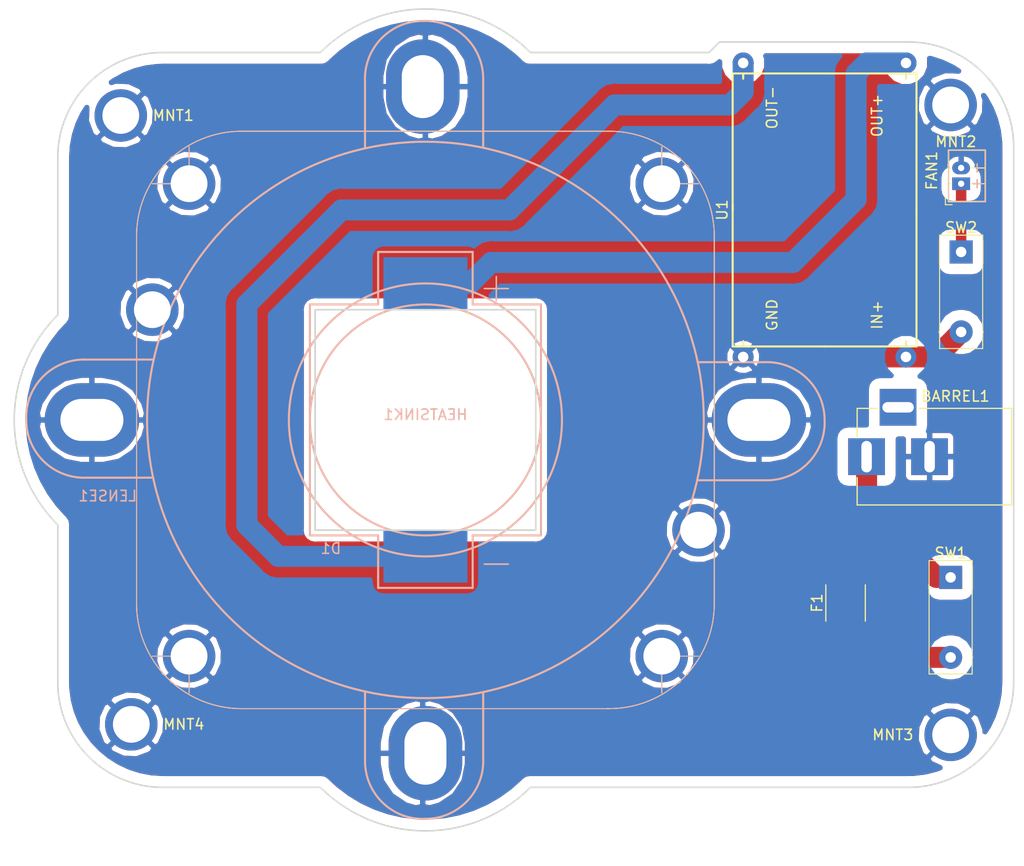
<source format=kicad_pcb>
(kicad_pcb (version 20171130) (host pcbnew "(5.0.0)")

  (general
    (thickness 1.6)
    (drawings 20)
    (tracks 31)
    (zones 0)
    (modules 13)
    (nets 8)
  )

  (page A4)
  (layers
    (0 F.Cu signal)
    (31 B.Cu signal)
    (32 B.Adhes user)
    (33 F.Adhes user)
    (34 B.Paste user)
    (35 F.Paste user)
    (36 B.SilkS user)
    (37 F.SilkS user)
    (38 B.Mask user)
    (39 F.Mask user)
    (40 Dwgs.User user)
    (41 Cmts.User user)
    (42 Eco1.User user)
    (43 Eco2.User user)
    (44 Edge.Cuts user)
    (45 Margin user)
    (46 B.CrtYd user)
    (47 F.CrtYd user)
    (48 B.Fab user)
    (49 F.Fab user)
  )

  (setup
    (last_trace_width 0.25)
    (trace_clearance 0.2)
    (zone_clearance 1)
    (zone_45_only no)
    (trace_min 0.2)
    (segment_width 0.2)
    (edge_width 0.15)
    (via_size 0.8)
    (via_drill 0.4)
    (via_min_size 0.4)
    (via_min_drill 0.3)
    (uvia_size 0.3)
    (uvia_drill 0.1)
    (uvias_allowed no)
    (uvia_min_size 0.2)
    (uvia_min_drill 0.1)
    (pcb_text_width 0.3)
    (pcb_text_size 1.5 1.5)
    (mod_edge_width 0.15)
    (mod_text_size 1 1)
    (mod_text_width 0.15)
    (pad_size 5.5 5.5)
    (pad_drill 4.5)
    (pad_to_mask_clearance 0.2)
    (aux_axis_origin 0 0)
    (visible_elements 7FFFFFFF)
    (pcbplotparams
      (layerselection 0x010fc_ffffffff)
      (usegerberextensions false)
      (usegerberattributes false)
      (usegerberadvancedattributes false)
      (creategerberjobfile false)
      (excludeedgelayer true)
      (linewidth 0.100000)
      (plotframeref false)
      (viasonmask false)
      (mode 1)
      (useauxorigin false)
      (hpglpennumber 1)
      (hpglpenspeed 20)
      (hpglpendiameter 15.000000)
      (psnegative false)
      (psa4output false)
      (plotreference true)
      (plotvalue true)
      (plotinvisibletext false)
      (padsonsilk false)
      (subtractmaskfromsilk false)
      (outputformat 1)
      (mirror false)
      (drillshape 0)
      (scaleselection 1)
      (outputdirectory "4DEC19/"))
  )

  (net 0 "")
  (net 1 +12V)
  (net 2 "Net-(F1-Pad1)")
  (net 3 GND)
  (net 4 "Net-(FAN1-Pad1)")
  (net 5 "Net-(BARREL1-Pad1)")
  (net 6 "Net-(D1-Pad2)")
  (net 7 "Net-(D1-Pad1)")

  (net_class Default "This is the default net class."
    (clearance 0.2)
    (trace_width 0.25)
    (via_dia 0.8)
    (via_drill 0.4)
    (uvia_dia 0.3)
    (uvia_drill 0.1)
    (add_net +12V)
    (add_net GND)
    (add_net "Net-(BARREL1-Pad1)")
    (add_net "Net-(D1-Pad1)")
    (add_net "Net-(D1-Pad2)")
    (add_net "Net-(F1-Pad1)")
    (add_net "Net-(FAN1-Pad1)")
  )

  (module Resistors_SMD:R_1812 (layer F.Cu) (tedit 58E0A804) (tstamp 5DED0C0E)
    (at 190 117.44 90)
    (descr "Resistor SMD 1812, flow soldering, Panasonic (see ERJ12)")
    (tags "resistor 1812")
    (path /5DF07E55)
    (attr smd)
    (fp_text reference F1 (at 0 -2.72 90) (layer F.SilkS)
      (effects (font (size 1 1) (thickness 0.15)))
    )
    (fp_text value Fuse (at 0 2.85 90) (layer F.Fab)
      (effects (font (size 1 1) (thickness 0.15)))
    )
    (fp_text user %R (at 0 0 90) (layer F.Fab)
      (effects (font (size 1 1) (thickness 0.15)))
    )
    (fp_line (start -2.25 1.6) (end -2.25 -1.6) (layer F.Fab) (width 0.1))
    (fp_line (start 2.25 1.6) (end -2.25 1.6) (layer F.Fab) (width 0.1))
    (fp_line (start 2.25 -1.6) (end 2.25 1.6) (layer F.Fab) (width 0.1))
    (fp_line (start -2.25 -1.6) (end 2.25 -1.6) (layer F.Fab) (width 0.1))
    (fp_line (start -1.73 1.88) (end 1.73 1.88) (layer F.SilkS) (width 0.12))
    (fp_line (start -1.73 -1.88) (end 1.73 -1.88) (layer F.SilkS) (width 0.12))
    (fp_line (start -3.49 -2) (end 3.49 -2) (layer F.CrtYd) (width 0.05))
    (fp_line (start -3.49 -2) (end -3.49 2) (layer F.CrtYd) (width 0.05))
    (fp_line (start 3.49 2) (end 3.49 -2) (layer F.CrtYd) (width 0.05))
    (fp_line (start 3.49 2) (end -3.49 2) (layer F.CrtYd) (width 0.05))
    (pad 1 smd rect (at -2.44 0 90) (size 1.6 3.5) (layers F.Cu F.Paste F.Mask)
      (net 2 "Net-(F1-Pad1)"))
    (pad 2 smd rect (at 2.44 0 90) (size 1.6 3.5) (layers F.Cu F.Paste F.Mask)
      (net 1 +12V))
    (model ${KISYS3DMOD}/Resistors_SMD.3dshapes/R_1812.wrl
      (at (xyz 0 0 0))
      (scale (xyz 1 1 1))
      (rotate (xyz 0 0 0))
    )
  )

  (module "TEST:1_5MM ZH JST" (layer F.Cu) (tedit 5CCEF0BE) (tstamp 5DECB72C)
    (at 201 77.75 90)
    (descr "JST PH series connector, B2B-PH-K, top entry type, through hole, Datasheet: http://www.jst-mfg.com/product/pdf/eng/ePH.pdf")
    (tags "connector jst ph")
    (path /5DF081A5)
    (fp_text reference FAN1 (at 1.5 -2.8 90) (layer F.SilkS)
      (effects (font (size 1 1) (thickness 0.15)))
    )
    (fp_text value Conn_01x02 (at 1 3.8 90) (layer F.Fab)
      (effects (font (size 1 1) (thickness 0.15)))
    )
    (fp_line (start 1.5 -1.2) (end -1.45 -1.2) (layer F.SilkS) (width 0.15))
    (fp_line (start -1.45 -1.2) (end -1.45 2.3) (layer F.SilkS) (width 0.15))
    (fp_line (start -1.45 2.3) (end 3.45 2.3) (layer F.SilkS) (width 0.15))
    (fp_line (start 3.45 2.3) (end 3.45 -1.2) (layer F.SilkS) (width 0.15))
    (fp_line (start 3.45 -1.2) (end 1.5 -1.2) (layer F.SilkS) (width 0.15))
    (fp_line (start -1.95 -1.7) (end -1.95 2.8) (layer F.Fab) (width 0.1))
    (fp_line (start -1.95 2.8) (end 3.95 2.8) (layer F.Fab) (width 0.1))
    (fp_line (start 3.95 2.8) (end 3.95 -1.7) (layer F.Fab) (width 0.1))
    (fp_line (start 3.95 -1.7) (end -1.95 -1.7) (layer F.Fab) (width 0.1))
    (fp_line (start -1.95 -1.7) (end -1.95 2.8) (layer F.CrtYd) (width 0.05))
    (fp_line (start -1.95 2.8) (end 3.95 2.8) (layer F.CrtYd) (width 0.05))
    (fp_line (start 3.95 2.8) (end 3.95 -1.7) (layer F.CrtYd) (width 0.05))
    (fp_line (start 3.95 -1.7) (end -1.95 -1.7) (layer F.CrtYd) (width 0.05))
    (fp_text user %R (at 1 1.5 90) (layer F.Fab)
      (effects (font (size 1 1) (thickness 0.15)))
    )
    (fp_line (start 0.25 -1.2) (end 0.25 -1) (layer F.SilkS) (width 0.1))
    (fp_line (start 0.25 1) (end 0.25 2.3) (layer F.SilkS) (width 0.1))
    (fp_line (start 1.75 -1) (end 1.75 -1.2) (layer F.SilkS) (width 0.1))
    (fp_line (start 1.75 1) (end 1.75 2.3) (layer F.SilkS) (width 0.1))
    (fp_line (start -1 -1.5) (end -1.75 -1.5) (layer F.SilkS) (width 0.1))
    (fp_line (start -1.75 -1.5) (end -1.75 -0.85) (layer F.SilkS) (width 0.1))
    (fp_text user + (at 0.25 1.45 90) (layer B.SilkS)
      (effects (font (size 1 1) (thickness 0.15)) (justify mirror))
    )
    (fp_text user - (at 1.75 1.45 90) (layer B.SilkS)
      (effects (font (size 1 1) (thickness 0.15)) (justify mirror))
    )
    (fp_line (start 3.45 2.3) (end 3.45 -1.2) (layer B.SilkS) (width 0.1))
    (fp_line (start 3.45 -1.2) (end -1.45 -1.2) (layer B.SilkS) (width 0.1))
    (fp_line (start -1.45 -1.2) (end -1.45 2.3) (layer B.SilkS) (width 0.1))
    (fp_line (start -1.45 2.3) (end 3.45 2.3) (layer B.SilkS) (width 0.1))
    (pad 1 thru_hole rect (at 0.25 0 90) (size 1.2 1.7) (drill 0.6) (layers *.Cu *.Mask)
      (net 4 "Net-(FAN1-Pad1)"))
    (pad 2 thru_hole oval (at 1.75 0 90) (size 1.2 1.7) (drill 0.6) (layers *.Cu *.Mask)
      (net 3 GND))
    (model ${KISYS3DMOD}/Connectors_JST.3dshapes/JST_PH_B2B-PH-K_02x2.00mm_Straight.wrl
      (at (xyz 0 0 0))
      (scale (xyz 1 1 1))
      (rotate (xyz 0 0 0))
    )
  )

  (module TEST:55mm_heatsink (layer B.Cu) (tedit 5DE3DEED) (tstamp 5DECB758)
    (at 150 100)
    (path /5DF09D00)
    (fp_text reference HEATSINK1 (at 0 -0.5) (layer B.SilkS)
      (effects (font (size 1 1) (thickness 0.15)) (justify mirror))
    )
    (fp_text value Conn_01x02 (at 0 0.5) (layer B.Fab)
      (effects (font (size 1 1) (thickness 0.15)) (justify mirror))
    )
    (fp_line (start -22.5 22.5) (end -26 22.5) (layer F.SilkS) (width 0.1))
    (fp_line (start 22.5 -22.5) (end 26 -22.5) (layer F.SilkS) (width 0.1))
    (fp_line (start -22.5 22.5) (end -22.5 26) (layer F.SilkS) (width 0.1))
    (fp_line (start 22.5 -22.5) (end 22.5 -26) (layer F.SilkS) (width 0.1))
    (fp_line (start 22.5 22.5) (end 26 22.5) (layer F.SilkS) (width 0.1))
    (fp_line (start 22.5 22.5) (end 22.5 26) (layer F.SilkS) (width 0.1))
    (fp_line (start -27.5 -17.5) (end -27.5 17.5) (layer F.SilkS) (width 0.1))
    (fp_line (start 17.5 -27.5) (end -17.5 -27.5) (layer F.SilkS) (width 0.1))
    (fp_line (start -17.5 27.5) (end 17.5 27.5) (layer F.SilkS) (width 0.1))
    (fp_arc (start 17.5 -17.5) (end 27.5 -17.5) (angle -90) (layer F.SilkS) (width 0.1))
    (fp_arc (start -17.5 -17.5) (end -17.5 -27.5) (angle -90) (layer F.SilkS) (width 0.1))
    (fp_arc (start -17.5 17.5) (end -27.5 17.5) (angle -90) (layer F.SilkS) (width 0.1))
    (fp_line (start 27.5 17.5) (end 27.5 -17.5) (layer F.SilkS) (width 0.1))
    (fp_arc (start 17.5 17.5) (end 17.5 27.5) (angle -90) (layer F.SilkS) (width 0.1))
    (fp_line (start -22.5 -22.5) (end -22.5 -26) (layer F.SilkS) (width 0.1))
    (fp_line (start -22.5 -22.5) (end -26 -22.5) (layer F.SilkS) (width 0.1))
    (fp_line (start 22.5 22.5) (end 26 22.5) (layer B.SilkS) (width 0.1))
    (fp_line (start 22.5 22.5) (end 22.5 26) (layer B.SilkS) (width 0.1))
    (fp_line (start -22.5 22.5) (end -22.5 26) (layer B.SilkS) (width 0.1))
    (fp_line (start -22.5 22.5) (end -26 22.5) (layer B.SilkS) (width 0.1))
    (fp_line (start -22.5 -22.5) (end -26 -22.5) (layer B.SilkS) (width 0.1))
    (fp_line (start -22.5 -22.5) (end -22.5 -26) (layer B.SilkS) (width 0.1))
    (fp_line (start 22.5 -22.5) (end 26 -22.5) (layer B.SilkS) (width 0.1))
    (fp_line (start 22.5 -22.5) (end 22.5 -26) (layer B.SilkS) (width 0.1))
    (fp_line (start 27.5 10.5) (end 26 10.5) (layer B.SilkS) (width 0.1))
    (fp_line (start -27.5 -10.5) (end -25.5 -10.5) (layer B.SilkS) (width 0.1))
    (fp_line (start -17.5 -27.5) (end 17.5 -27.5) (layer B.SilkS) (width 0.1))
    (fp_line (start -27.5 17.5) (end -27.5 -17.5) (layer B.SilkS) (width 0.1))
    (fp_line (start 17.25 27.5) (end -17.75 27.5) (layer B.SilkS) (width 0.1))
    (fp_line (start 27.5 -17.5) (end 27.5 17.5) (layer B.SilkS) (width 0.1))
    (fp_arc (start -17.5 17.5) (end -17.5 27.5) (angle 90) (layer B.SilkS) (width 0.1))
    (fp_arc (start -17.5 -17.5) (end -27.5 -17.5) (angle 90) (layer B.SilkS) (width 0.1))
    (fp_arc (start 17.5 -17.5) (end 17.5 -27.5) (angle 90) (layer B.SilkS) (width 0.1))
    (fp_arc (start 17.5 17.5) (end 27.5 17.5) (angle 90) (layer B.SilkS) (width 0.1))
    (pad 3 thru_hole circle (at 22.5 22.5 270) (size 5 5) (drill 3.5) (layers *.Cu *.Mask)
      (net 3 GND))
    (pad 3 thru_hole circle (at -22.5 22.5 180) (size 5 5) (drill 3.5) (layers *.Cu *.Mask)
      (net 3 GND))
    (pad 3 thru_hole circle (at -22.5 -22.5 90) (size 5 5) (drill 3.5) (layers *.Cu *.Mask)
      (net 3 GND))
    (pad 3 thru_hole circle (at 22.5 -22.5) (size 5 5) (drill 3.5) (layers *.Cu *.Mask)
      (net 3 GND))
    (pad 2 thru_hole circle (at -26 -10.5) (size 5 5) (drill 3.5) (layers *.Cu *.Mask)
      (net 3 GND))
    (pad 1 thru_hole circle (at 26 10.5) (size 5 5) (drill 3.5) (layers *.Cu *.Mask)
      (net 3 GND))
    (model C:/Users/Reed/Downloads/55mm-heatsink.STEP
      (offset (xyz 0 3 -16))
      (scale (xyz 1 1 1))
      (rotate (xyz 90 0 90))
    )
  )

  (module TEST:LED_Lense (layer B.Cu) (tedit 5DE8DF3D) (tstamp 5DECB773)
    (at 150 100)
    (path /5DF097C9)
    (fp_text reference LENSE1 (at -30.25 7.25) (layer B.SilkS)
      (effects (font (size 1 1) (thickness 0.15)) (justify mirror))
    )
    (fp_text value Conn_01x02 (at 0 0.5) (layer B.Fab)
      (effects (font (size 1 1) (thickness 0.15)) (justify mirror))
    )
    (fp_arc (start 32.5 0.244321) (end 38 -0.005679) (angle 92.6025622) (layer B.SilkS) (width 0.2))
    (fp_arc (start 32.494321 0) (end 32.244321 -5.5) (angle 92.6025622) (layer B.SilkS) (width 0.2))
    (fp_line (start 32.5 5.75) (end 26 5.75) (layer B.SilkS) (width 0.2))
    (fp_line (start 32.25 -5.5) (end 26 -5.5) (layer B.SilkS) (width 0.2))
    (fp_arc (start -0.005679 -32.5) (end -0.255679 -38) (angle 92.6025622) (layer B.SilkS) (width 0.2))
    (fp_arc (start -0.25 -32.494321) (end -5.75 -32.244321) (angle 92.6025622) (layer B.SilkS) (width 0.2))
    (fp_line (start 5.5 -32.5) (end 5.5 -26) (layer B.SilkS) (width 0.2))
    (fp_line (start -5.75 -32.25) (end -5.75 -26) (layer B.SilkS) (width 0.2))
    (fp_arc (start -32.5 -0.244321) (end -38 0.005679) (angle 92.6025622) (layer B.SilkS) (width 0.2))
    (fp_arc (start -32.494321 0) (end -32.244321 5.5) (angle 92.6025622) (layer B.SilkS) (width 0.2))
    (fp_line (start -32.5 -5.75) (end -26 -5.75) (layer B.SilkS) (width 0.2))
    (fp_line (start -32.25 5.5) (end -26 5.5) (layer B.SilkS) (width 0.2))
    (fp_line (start -5.75 32.5) (end -5.75 26) (layer B.SilkS) (width 0.2))
    (fp_line (start 5.5 32.25) (end 5.5 26) (layer B.SilkS) (width 0.2))
    (fp_arc (start -0.244321 32.5) (end 0.005679 38) (angle 92.6025622) (layer B.SilkS) (width 0.2))
    (fp_arc (start 0 32.494321) (end 5.5 32.244321) (angle 92.6025622) (layer B.SilkS) (width 0.2))
    (fp_circle (center 0 0) (end 26.5 0) (layer B.SilkS) (width 0.2))
    (fp_circle (center 0 0) (end 13 0) (layer B.SilkS) (width 0.2))
    (fp_circle (center 0 0) (end 11 0) (layer B.SilkS) (width 0.2))
    (pad 1 thru_hole oval (at 31.75 0 90) (size 7 9) (drill oval 4 6) (layers *.Cu *.Mask)
      (net 3 GND))
    (pad 1 thru_hole oval (at -0.25 -31.75 180) (size 7 9) (drill oval 4 6) (layers *.Cu *.Mask)
      (net 3 GND))
    (pad 1 thru_hole oval (at -31.75 0 270) (size 7 9) (drill oval 4 6) (layers *.Cu *.Mask)
      (net 3 GND))
    (pad 1 thru_hole oval (at 0 31.75) (size 7 9) (drill oval 4 6) (layers *.Cu *.Mask)
      (net 3 GND))
    (model ${KIPRJMOD}/44mm_cover.stp
      (offset (xyz 0 0 8.5))
      (scale (xyz 1 1 1))
      (rotate (xyz 0 0 45))
    )
    (model ${KIPRJMOD}/44mm_collimator.stp
      (offset (xyz 0 0 11))
      (scale (xyz 1 1 1))
      (rotate (xyz 0 0 0))
    )
  )

  (module "TEST:Single Dip Siwtch" (layer F.Cu) (tedit 5C6A0EE0) (tstamp 5DECB786)
    (at 200 115)
    (descr "Through hole straight pin header, 1x04, 2.54mm pitch, single row")
    (tags "Through hole pin header THT 1x04 2.54mm single row")
    (path /5DF07D15)
    (fp_text reference SW1 (at 0 -2.33) (layer F.SilkS)
      (effects (font (size 1 1) (thickness 0.15)))
    )
    (fp_text value SW_SPST (at 0 9.95) (layer F.Fab)
      (effects (font (size 1 1) (thickness 0.15)))
    )
    (fp_line (start -2.05 9.2) (end -2.05 8.4) (layer F.SilkS) (width 0.1))
    (fp_line (start -2 9.2) (end -2.05 9.2) (layer F.SilkS) (width 0.1))
    (fp_line (start 0 9.2) (end -2 9.2) (layer F.SilkS) (width 0.1))
    (fp_line (start 2.05 9.2) (end 2.05 8.85) (layer F.SilkS) (width 0.1))
    (fp_line (start 0 9.2) (end 2.05 9.2) (layer F.SilkS) (width 0.1))
    (fp_line (start -2.05 -1.6) (end -2.05 8.45) (layer F.SilkS) (width 0.1))
    (fp_line (start -2.05 -1.6) (end 0 -1.6) (layer F.SilkS) (width 0.1))
    (fp_line (start 2.05 -1.6) (end 2.05 8.85) (layer F.SilkS) (width 0.1))
    (fp_line (start 1.6 -1.6) (end 2.05 -1.6) (layer F.SilkS) (width 0.1))
    (fp_line (start 2.05 -1.6) (end 1.6 -1.6) (layer F.SilkS) (width 0.1))
    (fp_line (start 0 -1.6) (end 1.6 -1.6) (layer F.SilkS) (width 0.1))
    (fp_line (start -1.8 9.4) (end 1.8 9.4) (layer F.CrtYd) (width 0.05))
    (fp_line (start 1.8 -1.8) (end -1.8 -1.8) (layer F.CrtYd) (width 0.05))
    (pad 1 thru_hole rect (at 0 0) (size 2.2 2.2) (drill 1) (layers *.Cu *.Mask)
      (net 5 "Net-(BARREL1-Pad1)"))
    (pad 2 thru_hole oval (at 0 7.62) (size 2.2 2.2) (drill 1) (layers *.Cu *.Mask)
      (net 2 "Net-(F1-Pad1)"))
    (model C:/Users/Reed/Downloads/dip-switch-9.snapshot.2/DIP-1.STEP
      (offset (xyz 1.5 -8.800000000000001 0))
      (scale (xyz 1 1 1))
      (rotate (xyz -90 0 -90))
    )
  )

  (module "TEST:Single Dip Siwtch" (layer F.Cu) (tedit 5C6A0EE0) (tstamp 5DECB799)
    (at 201 84)
    (descr "Through hole straight pin header, 1x04, 2.54mm pitch, single row")
    (tags "Through hole pin header THT 1x04 2.54mm single row")
    (path /5DF09347)
    (fp_text reference SW2 (at 0 -2.33) (layer F.SilkS)
      (effects (font (size 1 1) (thickness 0.15)))
    )
    (fp_text value SW_SPST (at 0 9.95) (layer F.Fab)
      (effects (font (size 1 1) (thickness 0.15)))
    )
    (fp_line (start -2.05 9.2) (end -2.05 8.4) (layer F.SilkS) (width 0.1))
    (fp_line (start -2 9.2) (end -2.05 9.2) (layer F.SilkS) (width 0.1))
    (fp_line (start 0 9.2) (end -2 9.2) (layer F.SilkS) (width 0.1))
    (fp_line (start 2.05 9.2) (end 2.05 8.85) (layer F.SilkS) (width 0.1))
    (fp_line (start 0 9.2) (end 2.05 9.2) (layer F.SilkS) (width 0.1))
    (fp_line (start -2.05 -1.6) (end -2.05 8.45) (layer F.SilkS) (width 0.1))
    (fp_line (start -2.05 -1.6) (end 0 -1.6) (layer F.SilkS) (width 0.1))
    (fp_line (start 2.05 -1.6) (end 2.05 8.85) (layer F.SilkS) (width 0.1))
    (fp_line (start 1.6 -1.6) (end 2.05 -1.6) (layer F.SilkS) (width 0.1))
    (fp_line (start 2.05 -1.6) (end 1.6 -1.6) (layer F.SilkS) (width 0.1))
    (fp_line (start 0 -1.6) (end 1.6 -1.6) (layer F.SilkS) (width 0.1))
    (fp_line (start -1.8 9.4) (end 1.8 9.4) (layer F.CrtYd) (width 0.05))
    (fp_line (start 1.8 -1.8) (end -1.8 -1.8) (layer F.CrtYd) (width 0.05))
    (pad 1 thru_hole rect (at 0 0) (size 2.2 2.2) (drill 1) (layers *.Cu *.Mask)
      (net 4 "Net-(FAN1-Pad1)"))
    (pad 2 thru_hole oval (at 0 7.62) (size 2.2 2.2) (drill 1) (layers *.Cu *.Mask)
      (net 1 +12V))
    (model C:/Users/Reed/Downloads/dip-switch-9.snapshot.2/DIP-1.STEP
      (offset (xyz 1.5 -8.800000000000001 0))
      (scale (xyz 1 1 1))
      (rotate (xyz -90 0 -90))
    )
  )

  (module TEST:10W_LED (layer B.Cu) (tedit 5DE8614E) (tstamp 5DECBA2B)
    (at 150 100)
    (path /5DF074D2)
    (fp_text reference D1 (at -9 12.25) (layer B.SilkS)
      (effects (font (size 1 1) (thickness 0.15)) (justify mirror))
    )
    (fp_text value LED (at 0 1.9) (layer B.Fab)
      (effects (font (size 1 1) (thickness 0.15)) (justify mirror))
    )
    (fp_line (start 10.5 0) (end 10.5 1) (layer B.Fab) (width 0.1))
    (fp_line (start 0 10.5) (end 10.5 10.5) (layer B.Fab) (width 0.1))
    (fp_line (start 10.5 10.5) (end 10.5 1) (layer B.Fab) (width 0.1))
    (fp_line (start 0 10.5) (end -1 10.5) (layer B.Fab) (width 0.1))
    (fp_line (start -10.5 0) (end -10.5 10.5) (layer B.Fab) (width 0.1))
    (fp_line (start -10.5 10.5) (end -1 10.5) (layer B.Fab) (width 0.1))
    (fp_line (start -10.5 0) (end -10.5 -1) (layer B.Fab) (width 0.1))
    (fp_line (start 0 -10.5) (end -10.5 -10.5) (layer B.Fab) (width 0.1))
    (fp_line (start -10.5 -10.5) (end -10.5 -1) (layer B.Fab) (width 0.1))
    (fp_line (start 0 -10.5) (end 1 -10.5) (layer B.Fab) (width 0.1))
    (fp_line (start 10.5 0) (end 10.5 -10.5) (layer B.Fab) (width 0.1))
    (fp_line (start 10.5 -10.5) (end 1 -10.5) (layer B.Fab) (width 0.1))
    (fp_text user + (at 6.75 -12.75) (layer B.SilkS)
      (effects (font (size 3 3) (thickness 0.15)) (justify mirror))
    )
    (fp_text user - (at 6.75 13.5) (layer B.SilkS)
      (effects (font (size 3 3) (thickness 0.15)) (justify mirror))
    )
    (fp_line (start 3.75 -16) (end 4.5 -16) (layer B.SilkS) (width 0.1))
    (fp_line (start 4.5 -11) (end 11 -11) (layer B.SilkS) (width 0.2))
    (fp_line (start 11 -11) (end 11 11) (layer B.SilkS) (width 0.2))
    (fp_line (start 11 11) (end 4.5 11) (layer B.SilkS) (width 0.2))
    (fp_line (start 4.5 11) (end 4.5 16) (layer B.SilkS) (width 0.2))
    (fp_line (start 4.5 16) (end -4.5 16) (layer B.SilkS) (width 0.2))
    (fp_line (start -4.5 16) (end -4.5 15) (layer B.SilkS) (width 0.2))
    (fp_line (start -4.5 15) (end -4.5 11) (layer B.SilkS) (width 0.2))
    (fp_line (start -4.5 11) (end -11 11) (layer B.SilkS) (width 0.2))
    (fp_line (start -11 11) (end -11 10.25) (layer B.SilkS) (width 0.2))
    (fp_line (start -11 10.25) (end -11 -11) (layer B.SilkS) (width 0.2))
    (fp_line (start -11 -11) (end -10 -11) (layer B.SilkS) (width 0.2))
    (fp_line (start -10 -11) (end -4.5 -11) (layer B.SilkS) (width 0.2))
    (fp_line (start -4.5 -11) (end -4.5 -11.5) (layer B.SilkS) (width 0.2))
    (fp_line (start -4.5 -11.5) (end -4.5 -16) (layer B.SilkS) (width 0.2))
    (fp_line (start -4.5 -16) (end -3.25 -16) (layer B.SilkS) (width 0.2))
    (fp_line (start -3.25 -16) (end 4.5 -16) (layer B.SilkS) (width 0.2))
    (fp_line (start 4.5 -16) (end 4.5 -11) (layer B.SilkS) (width 0.2))
    (pad 1 smd rect (at 0 13) (size 8 5) (layers B.Cu B.Paste B.Mask)
      (net 7 "Net-(D1-Pad1)"))
    (pad 2 smd rect (at 0 -13) (size 8 5) (layers B.Cu B.Paste B.Mask)
      (net 6 "Net-(D1-Pad2)"))
  )

  (module "TEST:4mm Mount" (layer F.Cu) (tedit 5BA18C5F) (tstamp 5DECBA30)
    (at 121 68.5)
    (path /5DF0A84E)
    (fp_text reference MNT1 (at 5 2.5) (layer F.SilkS)
      (effects (font (size 1 1) (thickness 0.15)))
    )
    (fp_text value Conn_01x02 (at 0 -1) (layer F.Fab)
      (effects (font (size 1 1) (thickness 0.15)))
    )
    (pad 1 thru_hole circle (at 0 2.5) (size 5 5) (drill 3.5) (layers *.Cu *.Mask)
      (net 3 GND))
  )

  (module "TEST:4mm Mount" (layer F.Cu) (tedit 5BA18C5F) (tstamp 5DECBA35)
    (at 200 67.5)
    (path /5DF0AC70)
    (fp_text reference MNT2 (at 0.5 6) (layer F.SilkS)
      (effects (font (size 1 1) (thickness 0.15)))
    )
    (fp_text value Conn_01x02 (at 0 -1) (layer F.Fab)
      (effects (font (size 1 1) (thickness 0.15)))
    )
    (pad 1 thru_hole circle (at 0 2.5) (size 5 5) (drill 3.5) (layers *.Cu *.Mask)
      (net 3 GND))
  )

  (module "TEST:4mm Mount" (layer F.Cu) (tedit 5BA18C5F) (tstamp 5DECBA3A)
    (at 200 127.5)
    (path /5DF0B09C)
    (fp_text reference MNT3 (at -5.5 2.5) (layer F.SilkS)
      (effects (font (size 1 1) (thickness 0.15)))
    )
    (fp_text value Conn_01x02 (at 0 -1) (layer F.Fab)
      (effects (font (size 1 1) (thickness 0.15)))
    )
    (pad 1 thru_hole circle (at 0 2.5) (size 5 5) (drill 3.5) (layers *.Cu *.Mask)
      (net 3 GND))
  )

  (module "TEST:4mm Mount" (layer F.Cu) (tedit 5BA18C5F) (tstamp 5DECBA3F)
    (at 122 126.5)
    (path /5DF0B52E)
    (fp_text reference MNT4 (at 5 2.5) (layer F.SilkS)
      (effects (font (size 1 1) (thickness 0.15)))
    )
    (fp_text value Conn_01x02 (at 0 -1) (layer F.Fab)
      (effects (font (size 1 1) (thickness 0.15)))
    )
    (pad 1 thru_hole circle (at 0 2.5) (size 5 5) (drill 3.5) (layers *.Cu *.Mask)
      (net 3 GND))
  )

  (module TEST:10W_LED_Driver (layer F.Cu) (tedit 5DE8410A) (tstamp 5DECBA5A)
    (at 188 80 90)
    (path /5DF079E9)
    (fp_text reference U1 (at 0 -9.75 90) (layer F.SilkS)
      (effects (font (size 1 1) (thickness 0.15)))
    )
    (fp_text value 10W_LED_DRIVER (at 0 -4 90) (layer F.Fab)
      (effects (font (size 1 1) (thickness 0.15)))
    )
    (fp_line (start 0 -8.75) (end 0.5 -8.75) (layer F.SilkS) (width 0.2))
    (fp_line (start 13 -8.75) (end 0 -8.75) (layer F.SilkS) (width 0.2))
    (fp_line (start 13 -8.75) (end 13 0) (layer F.SilkS) (width 0.2))
    (fp_line (start 13 -7.75) (end 12.75 -7.75) (layer F.SilkS) (width 0.2))
    (fp_line (start 13 0) (end 13 8.75) (layer F.SilkS) (width 0.2))
    (fp_line (start 13 8.75) (end 0 8.75) (layer F.SilkS) (width 0.2))
    (fp_line (start -13 0) (end -13 8.75) (layer F.SilkS) (width 0.2))
    (fp_line (start 0 8.75) (end -13 8.75) (layer F.SilkS) (width 0.2))
    (fp_line (start -13 -8.75) (end -13 0) (layer F.SilkS) (width 0.2))
    (fp_line (start 0 -8.75) (end -13 -8.75) (layer F.SilkS) (width 0.2))
    (fp_line (start 13 7.75) (end 12.75 7.75) (layer F.SilkS) (width 0.2))
    (fp_line (start -13 7.75) (end -12.5 7.75) (layer F.SilkS) (width 0.2))
    (fp_line (start -13 -7.75) (end -12.5 -7.75) (layer F.SilkS) (width 0.2))
    (fp_line (start 12.75 -7.75) (end 12.5 -7.75) (layer F.SilkS) (width 0.2))
    (fp_line (start 12.75 7.75) (end 12.5 7.75) (layer F.SilkS) (width 0.2))
    (fp_text user IN+ (at -10 5 90) (layer F.SilkS)
      (effects (font (size 1 1) (thickness 0.15)))
    )
    (fp_text user GND (at -10 -5 90) (layer F.SilkS)
      (effects (font (size 1 1) (thickness 0.15)))
    )
    (fp_text user OUT- (at 9.75 -5 90) (layer F.SilkS)
      (effects (font (size 1 1) (thickness 0.15)))
    )
    (fp_text user OUT+ (at 9 5 90) (layer F.SilkS)
      (effects (font (size 1 1) (thickness 0.15)))
    )
    (pad 1 thru_hole circle (at -14 -7.75 90) (size 2 2) (drill 1) (layers *.Cu *.Mask)
      (net 3 GND))
    (pad 2 thru_hole circle (at -14 7.75 90) (size 2 2) (drill 1) (layers *.Cu *.Mask)
      (net 1 +12V))
    (pad 3 thru_hole circle (at 14 7.75 90) (size 2 2) (drill 1) (layers *.Cu *.Mask)
      (net 6 "Net-(D1-Pad2)"))
    (pad 4 thru_hole circle (at 14 -7.75 90) (size 2 2) (drill 1) (layers *.Cu *.Mask)
      (net 7 "Net-(D1-Pad1)"))
  )

  (module "DigiKey Library:BARREL_JACK" (layer F.Cu) (tedit 5DE59D50) (tstamp 5DED0012)
    (at 192 103.5 180)
    (descr "DC Barrel Jack")
    (tags "Power Jack")
    (path /5DF07B4A)
    (fp_text reference BARREL1 (at -8.45 5.75) (layer F.SilkS)
      (effects (font (size 1 1) (thickness 0.15)))
    )
    (fp_text value Barrel_Jack (at -6.2 -5.5 180) (layer F.Fab)
      (effects (font (size 1 1) (thickness 0.15)))
    )
    (fp_line (start 0.8 -4.5) (end -13.7 -4.5) (layer F.Fab) (width 0.1))
    (fp_line (start 0.8 4.5) (end 0.8 -4.5) (layer F.Fab) (width 0.1))
    (fp_line (start -13.7 4.5) (end 0.8 4.5) (layer F.Fab) (width 0.1))
    (fp_line (start -13.7 -4.5) (end -13.7 4.5) (layer F.Fab) (width 0.1))
    (fp_line (start -10.2 -4.5) (end -10.2 4.5) (layer F.Fab) (width 0.1))
    (fp_line (start 0.9 -4.6) (end 0.9 -2) (layer F.SilkS) (width 0.12))
    (fp_line (start -13.8 -4.6) (end 0.9 -4.6) (layer F.SilkS) (width 0.12))
    (fp_line (start 0.9 4.6) (end -1 4.6) (layer F.SilkS) (width 0.12))
    (fp_line (start 0.9 1.9) (end 0.9 4.6) (layer F.SilkS) (width 0.12))
    (fp_line (start -13.8 4.6) (end -13.8 -4.6) (layer F.SilkS) (width 0.12))
    (fp_line (start -5 4.6) (end -13.8 4.6) (layer F.SilkS) (width 0.12))
    (fp_line (start -14 4.75) (end -14 -4.75) (layer F.CrtYd) (width 0.05))
    (fp_line (start -5 4.75) (end -14 4.75) (layer F.CrtYd) (width 0.05))
    (fp_line (start -5 6.75) (end -5 4.75) (layer F.CrtYd) (width 0.05))
    (fp_line (start -1 6.75) (end -5 6.75) (layer F.CrtYd) (width 0.05))
    (fp_line (start -1 4.75) (end -1 6.75) (layer F.CrtYd) (width 0.05))
    (fp_line (start 1 4.75) (end -1 4.75) (layer F.CrtYd) (width 0.05))
    (fp_line (start 1 2) (end 1 4.75) (layer F.CrtYd) (width 0.05))
    (fp_line (start 2 2) (end 1 2) (layer F.CrtYd) (width 0.05))
    (fp_line (start 2 -2) (end 2 2) (layer F.CrtYd) (width 0.05))
    (fp_line (start 1 -2) (end 2 -2) (layer F.CrtYd) (width 0.05))
    (fp_line (start 1 -4.5) (end 1 -2) (layer F.CrtYd) (width 0.05))
    (fp_line (start 1 -4.75) (end -14 -4.75) (layer F.CrtYd) (width 0.05))
    (fp_line (start 1 -4.5) (end 1 -4.75) (layer F.CrtYd) (width 0.05))
    (pad 3 thru_hole rect (at -3 4.7 180) (size 3.5 3.5) (drill oval 3 1) (layers *.Cu *.Mask))
    (pad 2 thru_hole rect (at -6 0 180) (size 3.5 3.5) (drill oval 1 3) (layers *.Cu *.Mask)
      (net 3 GND))
    (pad 1 thru_hole rect (at 0 0 180) (size 3.5 3.5) (drill oval 1 3) (layers *.Cu *.Mask)
      (net 5 "Net-(BARREL1-Pad1)"))
    (model C:/Users/Reed/Downloads/CUI_DEVICES_PJ-102B.step
      (offset (xyz -13.5 0 7))
      (scale (xyz 1 1 1))
      (rotate (xyz -90 0 -180))
    )
  )

  (gr_line (start 178 64) (end 196 64) (layer Edge.Cuts) (width 0.15))
  (gr_line (start 177 65) (end 178 64) (layer Edge.Cuts) (width 0.15))
  (gr_line (start 139.5 89.5) (end 139.5 110.5) (layer Edge.Cuts) (width 0.15))
  (gr_line (start 160.5 89.5) (end 139.5 89.5) (layer Edge.Cuts) (width 0.15))
  (gr_line (start 160.5 110.5) (end 160.5 89.5) (layer Edge.Cuts) (width 0.15))
  (gr_line (start 139.5 110.5) (end 160.5 110.5) (layer Edge.Cuts) (width 0.15))
  (gr_line (start 196 135) (end 160 135) (layer Edge.Cuts) (width 0.15))
  (gr_line (start 206 74) (end 206 125) (layer Edge.Cuts) (width 0.15))
  (gr_line (start 160 65) (end 177 65) (layer Edge.Cuts) (width 0.15))
  (gr_line (start 125 65) (end 140 65) (layer Edge.Cuts) (width 0.15))
  (gr_line (start 140 135) (end 125 135) (layer Edge.Cuts) (width 0.15))
  (gr_arc (start 150 75) (end 159.999999 65.000001) (angle -90) (layer Edge.Cuts) (width 0.15))
  (gr_arc (start 150 125) (end 140.000001 134.999999) (angle -90) (layer Edge.Cuts) (width 0.15))
  (gr_arc (start 125 100) (end 115.000001 90.000001) (angle -90) (layer Edge.Cuts) (width 0.15))
  (gr_line (start 115 75) (end 115 90) (layer Edge.Cuts) (width 0.15))
  (gr_line (start 115 125) (end 115 110) (layer Edge.Cuts) (width 0.15))
  (gr_arc (start 125 125) (end 115 125) (angle -90) (layer Edge.Cuts) (width 0.15) (tstamp 5DED0C81))
  (gr_arc (start 125 75) (end 125 65) (angle -90) (layer Edge.Cuts) (width 0.15) (tstamp 5DED0C81))
  (gr_arc (start 196 74) (end 206 74) (angle -90) (layer Edge.Cuts) (width 0.15) (tstamp 5DED0C81))
  (gr_arc (start 196 125) (end 196 135) (angle -90) (layer Edge.Cuts) (width 0.15))

  (segment (start 190 113.95) (end 188 111.95) (width 2) (layer F.Cu) (net 1))
  (segment (start 190 115) (end 190 113.95) (width 2) (layer F.Cu) (net 1))
  (segment (start 188 111.95) (end 188 101.75) (width 2) (layer F.Cu) (net 1))
  (segment (start 198.62 94) (end 201 91.62) (width 2) (layer F.Cu) (net 1))
  (segment (start 195.75 94) (end 198.62 94) (width 2) (layer F.Cu) (net 1))
  (segment (start 188 101.75) (end 188 97) (width 2) (layer F.Cu) (net 1))
  (segment (start 191 94) (end 195.75 94) (width 2) (layer F.Cu) (net 1))
  (segment (start 188 97) (end 191 94) (width 2) (layer F.Cu) (net 1))
  (segment (start 190 120.93) (end 190 119.88) (width 2) (layer F.Cu) (net 2))
  (segment (start 191.69 122.62) (end 190 120.93) (width 2) (layer F.Cu) (net 2))
  (segment (start 200 122.62) (end 191.69 122.62) (width 2) (layer F.Cu) (net 2))
  (segment (start 201 84) (end 201 77.5) (width 1) (layer F.Cu) (net 4))
  (segment (start 198.65 115) (end 200 115) (width 2) (layer F.Cu) (net 5))
  (segment (start 192 108.35) (end 198.65 115) (width 2) (layer F.Cu) (net 5))
  (segment (start 192 103.5) (end 192 108.35) (width 2) (layer F.Cu) (net 5))
  (segment (start 154.25 87) (end 156.25 85) (width 2) (layer B.Cu) (net 6))
  (segment (start 150 87) (end 154.25 87) (width 2) (layer B.Cu) (net 6))
  (segment (start 156.25 85) (end 185 85) (width 2) (layer B.Cu) (net 6))
  (segment (start 191 79) (end 191 67) (width 2) (layer B.Cu) (net 6))
  (segment (start 185 85) (end 191 79) (width 2) (layer B.Cu) (net 6))
  (segment (start 192 66) (end 195.75 66) (width 2) (layer B.Cu) (net 6))
  (segment (start 191 67) (end 192 66) (width 2) (layer B.Cu) (net 6))
  (segment (start 179 70) (end 180.25 68.75) (width 2) (layer B.Cu) (net 7))
  (segment (start 168 70) (end 179 70) (width 2) (layer B.Cu) (net 7))
  (segment (start 180.25 68.75) (end 180.25 66) (width 2) (layer B.Cu) (net 7))
  (segment (start 150 113) (end 136 113) (width 2) (layer B.Cu) (net 7))
  (segment (start 136 113) (end 133 110) (width 2) (layer B.Cu) (net 7))
  (segment (start 133 110) (end 133 89) (width 2) (layer B.Cu) (net 7))
  (segment (start 133 89) (end 142 80) (width 2) (layer B.Cu) (net 7))
  (segment (start 142 80) (end 158 80) (width 2) (layer B.Cu) (net 7))
  (segment (start 158 80) (end 168 70) (width 2) (layer B.Cu) (net 7))

  (zone (net 3) (net_name GND) (layer B.Cu) (tstamp 5DED217D) (hatch edge 0.508)
    (connect_pads (clearance 1))
    (min_thickness 0.5)
    (fill yes (arc_segments 16) (thermal_gap 0.508) (thermal_bridge_width 0.508))
    (polygon
      (pts
        (xy 110 60) (xy 207 60) (xy 207 64.5) (xy 207 137) (xy 162.5 137)
        (xy 148.5 142.5) (xy 140 138.5) (xy 117.5 135.5) (xy 113.5 131.5) (xy 109.5 120)
      )
    )
    (filled_polygon
      (pts
        (xy 150.849311 62.21292) (xy 152.203316 62.375574) (xy 153.532364 62.681187) (xy 154.821407 63.126299) (xy 156.05586 63.705873)
        (xy 157.221732 64.413342) (xy 158.312727 65.245962) (xy 158.985759 65.867019) (xy 159.044728 65.955272) (xy 159.483011 66.248122)
        (xy 159.869501 66.325) (xy 159.99998 66.325) (xy 159.999999 66.325001) (xy 160.000018 66.325) (xy 176.869502 66.325)
        (xy 177 66.350958) (xy 177.130498 66.325) (xy 177.130499 66.325) (xy 177.516989 66.248122) (xy 177.955272 65.955272)
        (xy 178 65.888332) (xy 178 67.75) (xy 168.221605 67.75) (xy 168 67.70592) (xy 167.778395 67.75)
        (xy 167.778394 67.75) (xy 167.122094 67.880546) (xy 166.37784 68.37784) (xy 166.252308 68.565712) (xy 157.06802 77.75)
        (xy 142.221604 77.75) (xy 141.999999 77.70592) (xy 141.778394 77.75) (xy 141.122094 77.880546) (xy 141.122093 77.880547)
        (xy 141.122092 77.880547) (xy 140.908 78.023599) (xy 140.37784 78.37784) (xy 140.25231 78.565709) (xy 131.56571 87.25231)
        (xy 131.377841 87.37784) (xy 131.252311 87.565709) (xy 130.880547 88.122093) (xy 130.70592 89) (xy 130.750001 89.221609)
        (xy 130.75 109.778395) (xy 130.70592 110) (xy 130.75 110.221605) (xy 130.880546 110.877905) (xy 130.880547 110.877906)
        (xy 130.880547 110.877907) (xy 130.885779 110.885737) (xy 131.37784 111.62216) (xy 131.565712 111.747692) (xy 134.252308 114.434288)
        (xy 134.37784 114.62216) (xy 135.122094 115.119454) (xy 135.778394 115.25) (xy 135.778395 115.25) (xy 136 115.29408)
        (xy 136.221605 115.25) (xy 144.725512 115.25) (xy 144.725512 115.5) (xy 144.822527 115.987725) (xy 145.098801 116.401199)
        (xy 145.512275 116.677473) (xy 146 116.774488) (xy 154 116.774488) (xy 154.487725 116.677473) (xy 154.901199 116.401199)
        (xy 155.177473 115.987725) (xy 155.274488 115.5) (xy 155.274488 113.9) (xy 197.625512 113.9) (xy 197.625512 116.1)
        (xy 197.722527 116.587725) (xy 197.998801 117.001199) (xy 198.412275 117.277473) (xy 198.9 117.374488) (xy 201.1 117.374488)
        (xy 201.587725 117.277473) (xy 202.001199 117.001199) (xy 202.277473 116.587725) (xy 202.374488 116.1) (xy 202.374488 113.9)
        (xy 202.277473 113.412275) (xy 202.001199 112.998801) (xy 201.587725 112.722527) (xy 201.1 112.625512) (xy 198.9 112.625512)
        (xy 198.412275 112.722527) (xy 197.998801 112.998801) (xy 197.722527 113.412275) (xy 197.625512 113.9) (xy 155.274488 113.9)
        (xy 155.274488 112.717717) (xy 173.78794 112.717717) (xy 174.050716 113.189765) (xy 175.228425 113.730977) (xy 176.523599 113.780303)
        (xy 177.739061 113.330232) (xy 177.949284 113.189765) (xy 178.21206 112.717717) (xy 176 110.505657) (xy 173.78794 112.717717)
        (xy 155.274488 112.717717) (xy 155.274488 111.825) (xy 160.369501 111.825) (xy 160.5 111.850958) (xy 160.630499 111.825)
        (xy 161.016989 111.748122) (xy 161.455272 111.455272) (xy 161.743705 111.023599) (xy 172.719697 111.023599) (xy 173.169768 112.239061)
        (xy 173.310235 112.449284) (xy 173.782283 112.71206) (xy 175.994343 110.5) (xy 176.005657 110.5) (xy 178.217717 112.71206)
        (xy 178.689765 112.449284) (xy 179.230977 111.271575) (xy 179.280303 109.976401) (xy 178.830232 108.760939) (xy 178.689765 108.550716)
        (xy 178.217717 108.28794) (xy 176.005657 110.5) (xy 175.994343 110.5) (xy 173.782283 108.28794) (xy 173.310235 108.550716)
        (xy 172.769023 109.728425) (xy 172.719697 111.023599) (xy 161.743705 111.023599) (xy 161.748122 111.016989) (xy 161.850958 110.5)
        (xy 161.825 110.369501) (xy 161.825 108.282283) (xy 173.78794 108.282283) (xy 176 110.494343) (xy 178.21206 108.282283)
        (xy 177.949284 107.810235) (xy 176.771575 107.269023) (xy 175.476401 107.219697) (xy 174.260939 107.669768) (xy 174.050716 107.810235)
        (xy 173.78794 108.282283) (xy 161.825 108.282283) (xy 161.825 100.670048) (xy 176.545051 100.670048) (xy 176.81459 101.62577)
        (xy 177.736311 103.008032) (xy 179.116838 103.932348) (xy 180.746 104.258) (xy 181.746 104.258) (xy 181.746 100.004)
        (xy 181.754 100.004) (xy 181.754 104.258) (xy 182.754 104.258) (xy 184.383162 103.932348) (xy 185.763689 103.008032)
        (xy 186.60257 101.75) (xy 188.975512 101.75) (xy 188.975512 105.25) (xy 189.072527 105.737725) (xy 189.348801 106.151199)
        (xy 189.762275 106.427473) (xy 190.25 106.524488) (xy 193.75 106.524488) (xy 194.237725 106.427473) (xy 194.651199 106.151199)
        (xy 194.927473 105.737725) (xy 195.024488 105.25) (xy 195.024488 103.6935) (xy 195.492 103.6935) (xy 195.492 105.400775)
        (xy 195.607398 105.679372) (xy 195.820627 105.892601) (xy 196.099224 106.008) (xy 197.8065 106.008) (xy 197.996 105.8185)
        (xy 197.996 103.504) (xy 198.004 103.504) (xy 198.004 105.8185) (xy 198.1935 106.008) (xy 199.900776 106.008)
        (xy 200.179373 105.892601) (xy 200.392602 105.679372) (xy 200.508 105.400775) (xy 200.508 103.6935) (xy 200.3185 103.504)
        (xy 198.004 103.504) (xy 197.996 103.504) (xy 195.6815 103.504) (xy 195.492 103.6935) (xy 195.024488 103.6935)
        (xy 195.024488 101.824488) (xy 195.492 101.824488) (xy 195.492 103.3065) (xy 195.6815 103.496) (xy 197.996 103.496)
        (xy 197.996 101.1815) (xy 198.004 101.1815) (xy 198.004 103.496) (xy 200.3185 103.496) (xy 200.508 103.3065)
        (xy 200.508 101.599225) (xy 200.392602 101.320628) (xy 200.179373 101.107399) (xy 199.900776 100.992) (xy 198.1935 100.992)
        (xy 198.004 101.1815) (xy 197.996 101.1815) (xy 197.897333 101.082833) (xy 197.927473 101.037725) (xy 198.024488 100.55)
        (xy 198.024488 97.05) (xy 197.927473 96.562275) (xy 197.651199 96.148801) (xy 197.237725 95.872527) (xy 197.089031 95.84295)
        (xy 197.657458 95.274523) (xy 198 94.447553) (xy 198 93.552447) (xy 197.657458 92.725477) (xy 197.024523 92.092542)
        (xy 196.197553 91.75) (xy 195.302447 91.75) (xy 194.475477 92.092542) (xy 193.842542 92.725477) (xy 193.5 93.552447)
        (xy 193.5 94.447553) (xy 193.842542 95.274523) (xy 194.343531 95.775512) (xy 193.25 95.775512) (xy 192.762275 95.872527)
        (xy 192.348801 96.148801) (xy 192.072527 96.562275) (xy 191.975512 97.05) (xy 191.975512 100.475512) (xy 190.25 100.475512)
        (xy 189.762275 100.572527) (xy 189.348801 100.848801) (xy 189.072527 101.262275) (xy 188.975512 101.75) (xy 186.60257 101.75)
        (xy 186.68541 101.62577) (xy 186.954949 100.670048) (xy 186.818498 100.004) (xy 181.754 100.004) (xy 181.746 100.004)
        (xy 176.681502 100.004) (xy 176.545051 100.670048) (xy 161.825 100.670048) (xy 161.825 99.329952) (xy 176.545051 99.329952)
        (xy 176.681502 99.996) (xy 181.746 99.996) (xy 181.746 95.742) (xy 181.754 95.742) (xy 181.754 99.996)
        (xy 186.818498 99.996) (xy 186.954949 99.329952) (xy 186.68541 98.37423) (xy 185.763689 96.991968) (xy 184.383162 96.067652)
        (xy 182.754 95.742) (xy 181.754 95.742) (xy 181.746 95.742) (xy 180.746 95.742) (xy 179.116838 96.067652)
        (xy 177.736311 96.991968) (xy 176.81459 98.37423) (xy 176.545051 99.329952) (xy 161.825 99.329952) (xy 161.825 95.136275)
        (xy 179.119382 95.136275) (xy 179.199669 95.452463) (xy 179.835454 95.743845) (xy 180.53435 95.769743) (xy 181.189956 95.526213)
        (xy 181.300331 95.452463) (xy 181.380618 95.136275) (xy 180.25 94.005657) (xy 179.119382 95.136275) (xy 161.825 95.136275)
        (xy 161.825 94.28435) (xy 178.480257 94.28435) (xy 178.723787 94.939956) (xy 178.797537 95.050331) (xy 179.113725 95.130618)
        (xy 180.244343 94) (xy 180.255657 94) (xy 181.386275 95.130618) (xy 181.702463 95.050331) (xy 181.993845 94.414546)
        (xy 182.019743 93.71565) (xy 181.776213 93.060044) (xy 181.702463 92.949669) (xy 181.386275 92.869382) (xy 180.255657 94)
        (xy 180.244343 94) (xy 179.113725 92.869382) (xy 178.797537 92.949669) (xy 178.506155 93.585454) (xy 178.480257 94.28435)
        (xy 161.825 94.28435) (xy 161.825 92.863725) (xy 179.119382 92.863725) (xy 180.25 93.994343) (xy 181.380618 92.863725)
        (xy 181.300331 92.547537) (xy 180.664546 92.256155) (xy 179.96565 92.230257) (xy 179.310044 92.473787) (xy 179.199669 92.547537)
        (xy 179.119382 92.863725) (xy 161.825 92.863725) (xy 161.825 91.62) (xy 198.603961 91.62) (xy 198.786349 92.536924)
        (xy 199.305745 93.314255) (xy 200.083076 93.833651) (xy 200.768547 93.97) (xy 201.231453 93.97) (xy 201.916924 93.833651)
        (xy 202.694255 93.314255) (xy 203.213651 92.536924) (xy 203.396039 91.62) (xy 203.213651 90.703076) (xy 202.694255 89.925745)
        (xy 201.916924 89.406349) (xy 201.231453 89.27) (xy 200.768547 89.27) (xy 200.083076 89.406349) (xy 199.305745 89.925745)
        (xy 198.786349 90.703076) (xy 198.603961 91.62) (xy 161.825 91.62) (xy 161.825 89.630499) (xy 161.850958 89.5)
        (xy 161.748122 88.983011) (xy 161.455272 88.544728) (xy 161.016989 88.251878) (xy 160.630499 88.175) (xy 160.5 88.149042)
        (xy 160.369501 88.175) (xy 156.25698 88.175) (xy 157.181981 87.25) (xy 184.778395 87.25) (xy 185 87.29408)
        (xy 185.221605 87.25) (xy 185.221606 87.25) (xy 185.877906 87.119454) (xy 186.62216 86.62216) (xy 186.747692 86.434288)
        (xy 190.28198 82.9) (xy 198.625512 82.9) (xy 198.625512 85.1) (xy 198.722527 85.587725) (xy 198.998801 86.001199)
        (xy 199.412275 86.277473) (xy 199.9 86.374488) (xy 202.1 86.374488) (xy 202.587725 86.277473) (xy 203.001199 86.001199)
        (xy 203.277473 85.587725) (xy 203.374488 85.1) (xy 203.374488 82.9) (xy 203.277473 82.412275) (xy 203.001199 81.998801)
        (xy 202.587725 81.722527) (xy 202.1 81.625512) (xy 199.9 81.625512) (xy 199.412275 81.722527) (xy 198.998801 81.998801)
        (xy 198.722527 82.412275) (xy 198.625512 82.9) (xy 190.28198 82.9) (xy 192.434292 80.747689) (xy 192.62216 80.62216)
        (xy 193.037873 80.000001) (xy 193.119453 79.877908) (xy 193.119453 79.877907) (xy 193.119454 79.877906) (xy 193.25 79.221606)
        (xy 193.25 79.221605) (xy 193.29408 79.000001) (xy 193.25 78.778396) (xy 193.25 76.9) (xy 198.875512 76.9)
        (xy 198.875512 78.1) (xy 198.972527 78.587725) (xy 199.248801 79.001199) (xy 199.662275 79.277473) (xy 200.15 79.374488)
        (xy 201.85 79.374488) (xy 202.337725 79.277473) (xy 202.751199 79.001199) (xy 203.027473 78.587725) (xy 203.124488 78.1)
        (xy 203.124488 76.9) (xy 203.027473 76.412275) (xy 202.751199 75.998801) (xy 202.533909 75.853612) (xy 202.590649 75.783612)
        (xy 202.50616 75.484011) (xy 202.21308 75.042577) (xy 201.77338 74.746902) (xy 201.254 74.642) (xy 201.004 74.642)
        (xy 201.004 75.625512) (xy 200.996 75.625512) (xy 200.996 74.642) (xy 200.746 74.642) (xy 200.22662 74.746902)
        (xy 199.78692 75.042577) (xy 199.49384 75.484011) (xy 199.409351 75.783612) (xy 199.466091 75.853612) (xy 199.248801 75.998801)
        (xy 198.972527 76.412275) (xy 198.875512 76.9) (xy 193.25 76.9) (xy 193.25 72.217717) (xy 197.78794 72.217717)
        (xy 198.050716 72.689765) (xy 199.228425 73.230977) (xy 200.523599 73.280303) (xy 201.739061 72.830232) (xy 201.949284 72.689765)
        (xy 202.21206 72.217717) (xy 200 70.005657) (xy 197.78794 72.217717) (xy 193.25 72.217717) (xy 193.25 70.523599)
        (xy 196.719697 70.523599) (xy 197.169768 71.739061) (xy 197.310235 71.949284) (xy 197.782283 72.21206) (xy 199.994343 70)
        (xy 197.782283 67.78794) (xy 197.310235 68.050716) (xy 196.769023 69.228425) (xy 196.719697 70.523599) (xy 193.25 70.523599)
        (xy 193.25 68.25) (xy 196.197553 68.25) (xy 196.4063 68.163534) (xy 196.627906 68.119454) (xy 196.815775 67.993924)
        (xy 197.024523 67.907458) (xy 197.184291 67.74769) (xy 197.37216 67.62216) (xy 197.497691 67.43429) (xy 197.657458 67.274523)
        (xy 197.743924 67.065775) (xy 197.869454 66.877906) (xy 197.913534 66.656301) (xy 198 66.447553) (xy 198 66.221606)
        (xy 198.04408 66) (xy 198 65.778394) (xy 198 65.57018) (xy 198.156734 65.600079) (xy 199.192514 65.936624)
        (xy 200.177954 66.400337) (xy 200.758102 66.76851) (xy 199.476401 66.719697) (xy 198.260939 67.169768) (xy 198.050716 67.310235)
        (xy 197.78794 67.782283) (xy 200 69.994343) (xy 200.014142 69.980201) (xy 200.019799 69.985858) (xy 200.005657 70)
        (xy 202.217717 72.21206) (xy 202.689765 71.949284) (xy 203.230977 70.771575) (xy 203.280303 69.476401) (xy 203.14351 69.106978)
        (xy 203.322333 69.353107) (xy 203.847005 70.307481) (xy 204.247922 71.320082) (xy 204.518769 72.374955) (xy 204.657884 73.476169)
        (xy 204.675 74.02081) (xy 204.675001 124.958351) (xy 204.603997 126.086931) (xy 204.399921 127.156734) (xy 204.063374 128.192519)
        (xy 203.599663 129.177954) (xy 203.272006 129.69426) (xy 203.280303 129.476401) (xy 202.830232 128.260939) (xy 202.689765 128.050716)
        (xy 202.217717 127.78794) (xy 200.005657 130) (xy 200.019799 130.014142) (xy 200.014142 130.019799) (xy 200 130.005657)
        (xy 197.78794 132.217717) (xy 198.050716 132.689765) (xy 198.994374 133.12342) (xy 198.679917 133.247922) (xy 197.625038 133.51877)
        (xy 196.52383 133.657884) (xy 195.97919 133.675) (xy 159.869501 133.675) (xy 159.483011 133.751878) (xy 159.044728 134.044728)
        (xy 158.990648 134.125664) (xy 158.047509 134.973382) (xy 156.942133 135.772072) (xy 155.758139 136.448782) (xy 154.508944 136.99584)
        (xy 153.208679 137.40706) (xy 151.872095 137.677776) (xy 150.514294 137.804931) (xy 149.15069 137.78708) (xy 147.796684 137.624426)
        (xy 146.467636 137.318813) (xy 145.178593 136.873701) (xy 143.94414 136.294127) (xy 142.778268 135.586658) (xy 141.687273 134.754038)
        (xy 141.014241 134.132981) (xy 140.955272 134.044728) (xy 140.516989 133.751878) (xy 140.130499 133.675) (xy 140.00002 133.675)
        (xy 140.000001 133.674999) (xy 139.999982 133.675) (xy 125.041633 133.675) (xy 123.913069 133.603997) (xy 122.843266 133.399921)
        (xy 121.807481 133.063374) (xy 120.822046 132.599663) (xy 119.902504 132.016104) (xy 119.06335 131.321895) (xy 118.965521 131.217717)
        (xy 119.78794 131.217717) (xy 120.050716 131.689765) (xy 121.228425 132.230977) (xy 122.523599 132.280303) (xy 123.739061 131.830232)
        (xy 123.853149 131.754) (xy 145.492 131.754) (xy 145.492 132.754) (xy 145.817652 134.383162) (xy 146.741968 135.763689)
        (xy 148.12423 136.68541) (xy 149.079952 136.954949) (xy 149.746 136.818498) (xy 149.746 131.754) (xy 149.754 131.754)
        (xy 149.754 136.818498) (xy 150.420048 136.954949) (xy 151.37577 136.68541) (xy 152.758032 135.763689) (xy 153.682348 134.383162)
        (xy 154.008 132.754) (xy 154.008 131.754) (xy 149.754 131.754) (xy 149.746 131.754) (xy 145.492 131.754)
        (xy 123.853149 131.754) (xy 123.949284 131.689765) (xy 124.21206 131.217717) (xy 122 129.005657) (xy 119.78794 131.217717)
        (xy 118.965521 131.217717) (xy 118.317818 130.527985) (xy 117.677667 129.646893) (xy 117.609886 129.523599) (xy 118.719697 129.523599)
        (xy 119.169768 130.739061) (xy 119.310235 130.949284) (xy 119.782283 131.21206) (xy 121.994343 129) (xy 122.005657 129)
        (xy 124.217717 131.21206) (xy 124.689765 130.949284) (xy 124.783183 130.746) (xy 145.492 130.746) (xy 145.492 131.746)
        (xy 149.746 131.746) (xy 149.746 126.681502) (xy 149.754 126.681502) (xy 149.754 131.746) (xy 154.008 131.746)
        (xy 154.008 130.746) (xy 153.963545 130.523599) (xy 196.719697 130.523599) (xy 197.169768 131.739061) (xy 197.310235 131.949284)
        (xy 197.782283 132.21206) (xy 199.994343 130) (xy 197.782283 127.78794) (xy 197.310235 128.050716) (xy 196.769023 129.228425)
        (xy 196.719697 130.523599) (xy 153.963545 130.523599) (xy 153.682348 129.116838) (xy 152.788813 127.782283) (xy 197.78794 127.782283)
        (xy 200 129.994343) (xy 202.21206 127.782283) (xy 201.949284 127.310235) (xy 200.771575 126.769023) (xy 199.476401 126.719697)
        (xy 198.260939 127.169768) (xy 198.050716 127.310235) (xy 197.78794 127.782283) (xy 152.788813 127.782283) (xy 152.758032 127.736311)
        (xy 151.37577 126.81459) (xy 150.420048 126.545051) (xy 149.754 126.681502) (xy 149.746 126.681502) (xy 149.079952 126.545051)
        (xy 148.12423 126.81459) (xy 146.741968 127.736311) (xy 145.817652 129.116838) (xy 145.492 130.746) (xy 124.783183 130.746)
        (xy 125.230977 129.771575) (xy 125.280303 128.476401) (xy 124.830232 127.260939) (xy 124.689765 127.050716) (xy 124.217717 126.78794)
        (xy 122.005657 129) (xy 121.994343 129) (xy 119.782283 126.78794) (xy 119.310235 127.050716) (xy 118.769023 128.228425)
        (xy 118.719697 129.523599) (xy 117.609886 129.523599) (xy 117.152996 128.692522) (xy 116.752078 127.679917) (xy 116.521604 126.782283)
        (xy 119.78794 126.782283) (xy 122 128.994343) (xy 124.21206 126.782283) (xy 123.949284 126.310235) (xy 122.771575 125.769023)
        (xy 121.476401 125.719697) (xy 120.260939 126.169768) (xy 120.050716 126.310235) (xy 119.78794 126.782283) (xy 116.521604 126.782283)
        (xy 116.48123 126.625038) (xy 116.342116 125.52383) (xy 116.325 124.97919) (xy 116.325 124.717717) (xy 125.28794 124.717717)
        (xy 125.550716 125.189765) (xy 126.728425 125.730977) (xy 128.023599 125.780303) (xy 129.239061 125.330232) (xy 129.449284 125.189765)
        (xy 129.71206 124.717717) (xy 170.28794 124.717717) (xy 170.550716 125.189765) (xy 171.728425 125.730977) (xy 173.023599 125.780303)
        (xy 174.239061 125.330232) (xy 174.449284 125.189765) (xy 174.71206 124.717717) (xy 172.5 122.505657) (xy 170.28794 124.717717)
        (xy 129.71206 124.717717) (xy 127.5 122.505657) (xy 125.28794 124.717717) (xy 116.325 124.717717) (xy 116.325 123.023599)
        (xy 124.219697 123.023599) (xy 124.669768 124.239061) (xy 124.810235 124.449284) (xy 125.282283 124.71206) (xy 127.494343 122.5)
        (xy 127.505657 122.5) (xy 129.717717 124.71206) (xy 130.189765 124.449284) (xy 130.730977 123.271575) (xy 130.740421 123.023599)
        (xy 169.219697 123.023599) (xy 169.669768 124.239061) (xy 169.810235 124.449284) (xy 170.282283 124.71206) (xy 172.494343 122.5)
        (xy 172.505657 122.5) (xy 174.717717 124.71206) (xy 175.189765 124.449284) (xy 175.730977 123.271575) (xy 175.755791 122.62)
        (xy 197.603961 122.62) (xy 197.786349 123.536924) (xy 198.305745 124.314255) (xy 199.083076 124.833651) (xy 199.768547 124.97)
        (xy 200.231453 124.97) (xy 200.916924 124.833651) (xy 201.694255 124.314255) (xy 202.213651 123.536924) (xy 202.396039 122.62)
        (xy 202.213651 121.703076) (xy 201.694255 120.925745) (xy 200.916924 120.406349) (xy 200.231453 120.27) (xy 199.768547 120.27)
        (xy 199.083076 120.406349) (xy 198.305745 120.925745) (xy 197.786349 121.703076) (xy 197.603961 122.62) (xy 175.755791 122.62)
        (xy 175.780303 121.976401) (xy 175.330232 120.760939) (xy 175.189765 120.550716) (xy 174.717717 120.28794) (xy 172.505657 122.5)
        (xy 172.494343 122.5) (xy 170.282283 120.28794) (xy 169.810235 120.550716) (xy 169.269023 121.728425) (xy 169.219697 123.023599)
        (xy 130.740421 123.023599) (xy 130.780303 121.976401) (xy 130.330232 120.760939) (xy 130.189765 120.550716) (xy 129.717717 120.28794)
        (xy 127.505657 122.5) (xy 127.494343 122.5) (xy 125.282283 120.28794) (xy 124.810235 120.550716) (xy 124.269023 121.728425)
        (xy 124.219697 123.023599) (xy 116.325 123.023599) (xy 116.325 120.282283) (xy 125.28794 120.282283) (xy 127.5 122.494343)
        (xy 129.71206 120.282283) (xy 170.28794 120.282283) (xy 172.5 122.494343) (xy 174.71206 120.282283) (xy 174.449284 119.810235)
        (xy 173.271575 119.269023) (xy 171.976401 119.219697) (xy 170.760939 119.669768) (xy 170.550716 119.810235) (xy 170.28794 120.282283)
        (xy 129.71206 120.282283) (xy 129.449284 119.810235) (xy 128.271575 119.269023) (xy 126.976401 119.219697) (xy 125.760939 119.669768)
        (xy 125.550716 119.810235) (xy 125.28794 120.282283) (xy 116.325 120.282283) (xy 116.325 109.869501) (xy 116.248122 109.483011)
        (xy 115.955272 109.044728) (xy 115.874336 108.990648) (xy 115.026618 108.047509) (xy 114.227928 106.942133) (xy 113.551218 105.758139)
        (xy 113.00416 104.508944) (xy 112.59294 103.208679) (xy 112.322224 101.872095) (xy 112.209656 100.670048) (xy 113.045051 100.670048)
        (xy 113.31459 101.62577) (xy 114.236311 103.008032) (xy 115.616838 103.932348) (xy 117.246 104.258) (xy 118.246 104.258)
        (xy 118.246 100.004) (xy 118.254 100.004) (xy 118.254 104.258) (xy 119.254 104.258) (xy 120.883162 103.932348)
        (xy 122.263689 103.008032) (xy 123.18541 101.62577) (xy 123.454949 100.670048) (xy 123.318498 100.004) (xy 118.254 100.004)
        (xy 118.246 100.004) (xy 113.181502 100.004) (xy 113.045051 100.670048) (xy 112.209656 100.670048) (xy 112.195069 100.514294)
        (xy 112.210573 99.329952) (xy 113.045051 99.329952) (xy 113.181502 99.996) (xy 118.246 99.996) (xy 118.246 95.742)
        (xy 118.254 95.742) (xy 118.254 99.996) (xy 123.318498 99.996) (xy 123.454949 99.329952) (xy 123.18541 98.37423)
        (xy 122.263689 96.991968) (xy 120.883162 96.067652) (xy 119.254 95.742) (xy 118.254 95.742) (xy 118.246 95.742)
        (xy 117.246 95.742) (xy 115.616838 96.067652) (xy 114.236311 96.991968) (xy 113.31459 98.37423) (xy 113.045051 99.329952)
        (xy 112.210573 99.329952) (xy 112.21292 99.150689) (xy 112.375574 97.796684) (xy 112.681187 96.467636) (xy 113.126299 95.178593)
        (xy 113.705873 93.94414) (xy 114.413342 92.778268) (xy 115.222727 91.717717) (xy 121.78794 91.717717) (xy 122.050716 92.189765)
        (xy 123.228425 92.730977) (xy 124.523599 92.780303) (xy 125.739061 92.330232) (xy 125.949284 92.189765) (xy 126.21206 91.717717)
        (xy 124 89.505657) (xy 121.78794 91.717717) (xy 115.222727 91.717717) (xy 115.245962 91.687273) (xy 115.867019 91.014241)
        (xy 115.955272 90.955272) (xy 116.248122 90.516989) (xy 116.325 90.130499) (xy 116.325 90.023599) (xy 120.719697 90.023599)
        (xy 121.169768 91.239061) (xy 121.310235 91.449284) (xy 121.782283 91.71206) (xy 123.994343 89.5) (xy 124.005657 89.5)
        (xy 126.217717 91.71206) (xy 126.689765 91.449284) (xy 127.230977 90.271575) (xy 127.280303 88.976401) (xy 126.830232 87.760939)
        (xy 126.689765 87.550716) (xy 126.217717 87.28794) (xy 124.005657 89.5) (xy 123.994343 89.5) (xy 121.782283 87.28794)
        (xy 121.310235 87.550716) (xy 120.769023 88.728425) (xy 120.719697 90.023599) (xy 116.325 90.023599) (xy 116.325 90.00002)
        (xy 116.325001 90.000001) (xy 116.325 89.999982) (xy 116.325 87.282283) (xy 121.78794 87.282283) (xy 124 89.494343)
        (xy 126.21206 87.282283) (xy 125.949284 86.810235) (xy 124.771575 86.269023) (xy 123.476401 86.219697) (xy 122.260939 86.669768)
        (xy 122.050716 86.810235) (xy 121.78794 87.282283) (xy 116.325 87.282283) (xy 116.325 79.717717) (xy 125.28794 79.717717)
        (xy 125.550716 80.189765) (xy 126.728425 80.730977) (xy 128.023599 80.780303) (xy 129.239061 80.330232) (xy 129.449284 80.189765)
        (xy 129.71206 79.717717) (xy 127.5 77.505657) (xy 125.28794 79.717717) (xy 116.325 79.717717) (xy 116.325 78.023599)
        (xy 124.219697 78.023599) (xy 124.669768 79.239061) (xy 124.810235 79.449284) (xy 125.282283 79.71206) (xy 127.494343 77.5)
        (xy 127.505657 77.5) (xy 129.717717 79.71206) (xy 130.189765 79.449284) (xy 130.730977 78.271575) (xy 130.780303 76.976401)
        (xy 130.330232 75.760939) (xy 130.189765 75.550716) (xy 129.717717 75.28794) (xy 127.505657 77.5) (xy 127.494343 77.5)
        (xy 125.282283 75.28794) (xy 124.810235 75.550716) (xy 124.269023 76.728425) (xy 124.219697 78.023599) (xy 116.325 78.023599)
        (xy 116.325 75.282283) (xy 125.28794 75.282283) (xy 127.5 77.494343) (xy 129.71206 75.282283) (xy 129.449284 74.810235)
        (xy 128.271575 74.269023) (xy 126.976401 74.219697) (xy 125.760939 74.669768) (xy 125.550716 74.810235) (xy 125.28794 75.282283)
        (xy 116.325 75.282283) (xy 116.325 75.041633) (xy 116.396003 73.913068) (xy 116.528648 73.217717) (xy 118.78794 73.217717)
        (xy 119.050716 73.689765) (xy 120.228425 74.230977) (xy 121.523599 74.280303) (xy 122.739061 73.830232) (xy 122.949284 73.689765)
        (xy 123.21206 73.217717) (xy 121 71.005657) (xy 118.78794 73.217717) (xy 116.528648 73.217717) (xy 116.600079 72.843266)
        (xy 116.936624 71.807486) (xy 117.400337 70.822046) (xy 117.76851 70.241898) (xy 117.719697 71.523599) (xy 118.169768 72.739061)
        (xy 118.310235 72.949284) (xy 118.782283 73.21206) (xy 120.994343 71) (xy 121.005657 71) (xy 123.217717 73.21206)
        (xy 123.689765 72.949284) (xy 124.230977 71.771575) (xy 124.280303 70.476401) (xy 123.830232 69.260939) (xy 123.689765 69.050716)
        (xy 123.217717 68.78794) (xy 121.005657 71) (xy 120.994343 71) (xy 120.980201 70.985858) (xy 120.985858 70.980201)
        (xy 121 70.994343) (xy 123.21206 68.782283) (xy 122.949284 68.310235) (xy 122.826914 68.254) (xy 145.742 68.254)
        (xy 145.742 69.254) (xy 146.067652 70.883162) (xy 146.991968 72.263689) (xy 148.37423 73.18541) (xy 149.329952 73.454949)
        (xy 149.996 73.318498) (xy 149.996 68.254) (xy 150.004 68.254) (xy 150.004 73.318498) (xy 150.670048 73.454949)
        (xy 151.62577 73.18541) (xy 153.008032 72.263689) (xy 153.932348 70.883162) (xy 154.258 69.254) (xy 154.258 68.254)
        (xy 150.004 68.254) (xy 149.996 68.254) (xy 145.742 68.254) (xy 122.826914 68.254) (xy 121.771575 67.769023)
        (xy 120.476401 67.719697) (xy 120.106978 67.85649) (xy 120.353107 67.677667) (xy 121.138305 67.246) (xy 145.742 67.246)
        (xy 145.742 68.246) (xy 149.996 68.246) (xy 149.996 63.181502) (xy 150.004 63.181502) (xy 150.004 68.246)
        (xy 154.258 68.246) (xy 154.258 67.246) (xy 153.932348 65.616838) (xy 153.008032 64.236311) (xy 151.62577 63.31459)
        (xy 150.670048 63.045051) (xy 150.004 63.181502) (xy 149.996 63.181502) (xy 149.329952 63.045051) (xy 148.37423 63.31459)
        (xy 146.991968 64.236311) (xy 146.067652 65.616838) (xy 145.742 67.246) (xy 121.138305 67.246) (xy 121.307481 67.152995)
        (xy 122.320082 66.752078) (xy 123.374955 66.481231) (xy 124.476169 66.342116) (xy 125.02081 66.325) (xy 140.130499 66.325)
        (xy 140.516989 66.248122) (xy 140.955272 65.955272) (xy 141.009353 65.874334) (xy 141.95249 65.026618) (xy 143.057873 64.227923)
        (xy 144.241861 63.551219) (xy 145.491056 63.00416) (xy 146.791319 62.59294) (xy 148.127905 62.322224) (xy 149.485706 62.195069)
      )
    )
    (filled_polygon
      (pts
        (xy 189.377841 65.37784) (xy 189.252311 65.565709) (xy 188.880547 66.122093) (xy 188.70592 67) (xy 188.750001 67.221609)
        (xy 188.75 78.068019) (xy 184.06802 82.75) (xy 156.471604 82.75) (xy 156.249999 82.70592) (xy 156.028394 82.75)
        (xy 155.372094 82.880546) (xy 155.372093 82.880547) (xy 155.372092 82.880547) (xy 155.342979 82.9) (xy 154.62784 83.37784)
        (xy 154.610144 83.404324) (xy 154.487725 83.322527) (xy 154 83.225512) (xy 146 83.225512) (xy 145.512275 83.322527)
        (xy 145.098801 83.598801) (xy 144.822527 84.012275) (xy 144.725512 84.5) (xy 144.725512 88.175) (xy 139.630499 88.175)
        (xy 139.5 88.149042) (xy 139.369501 88.175) (xy 138.983011 88.251878) (xy 138.544728 88.544728) (xy 138.251878 88.983011)
        (xy 138.149042 89.5) (xy 138.175 89.630499) (xy 138.175001 110.369496) (xy 138.149042 110.5) (xy 138.19877 110.75)
        (xy 136.93198 110.75) (xy 135.25 109.06802) (xy 135.25 89.93198) (xy 142.931981 82.25) (xy 157.778395 82.25)
        (xy 158 82.29408) (xy 158.221605 82.25) (xy 158.221606 82.25) (xy 158.877906 82.119454) (xy 159.62216 81.62216)
        (xy 159.747692 81.434288) (xy 161.464263 79.717717) (xy 170.28794 79.717717) (xy 170.550716 80.189765) (xy 171.728425 80.730977)
        (xy 173.023599 80.780303) (xy 174.239061 80.330232) (xy 174.449284 80.189765) (xy 174.71206 79.717717) (xy 172.5 77.505657)
        (xy 170.28794 79.717717) (xy 161.464263 79.717717) (xy 163.158381 78.023599) (xy 169.219697 78.023599) (xy 169.669768 79.239061)
        (xy 169.810235 79.449284) (xy 170.282283 79.71206) (xy 172.494343 77.5) (xy 172.505657 77.5) (xy 174.717717 79.71206)
        (xy 175.189765 79.449284) (xy 175.730977 78.271575) (xy 175.780303 76.976401) (xy 175.330232 75.760939) (xy 175.189765 75.550716)
        (xy 174.717717 75.28794) (xy 172.505657 77.5) (xy 172.494343 77.5) (xy 170.282283 75.28794) (xy 169.810235 75.550716)
        (xy 169.269023 76.728425) (xy 169.219697 78.023599) (xy 163.158381 78.023599) (xy 165.899697 75.282283) (xy 170.28794 75.282283)
        (xy 172.5 77.494343) (xy 174.71206 75.282283) (xy 174.449284 74.810235) (xy 173.271575 74.269023) (xy 171.976401 74.219697)
        (xy 170.760939 74.669768) (xy 170.550716 74.810235) (xy 170.28794 75.282283) (xy 165.899697 75.282283) (xy 168.93198 72.25)
        (xy 178.778395 72.25) (xy 179 72.29408) (xy 179.221605 72.25) (xy 179.221606 72.25) (xy 179.877906 72.119454)
        (xy 180.62216 71.62216) (xy 180.747692 71.434288) (xy 181.684289 70.497691) (xy 181.87216 70.37216) (xy 182.369454 69.627906)
        (xy 182.5 68.971606) (xy 182.5 68.971605) (xy 182.54408 68.75) (xy 182.5 68.528395) (xy 182.5 65.552447)
        (xy 182.413534 65.3437) (xy 182.409814 65.325) (xy 189.456922 65.325)
      )
    )
  )
  (zone (net 3) (net_name GND) (layer F.Cu) (tstamp 5DED217A) (hatch edge 0.508)
    (connect_pads (clearance 1))
    (min_thickness 0.5)
    (fill yes (arc_segments 16) (thermal_gap 0.508) (thermal_bridge_width 0.508))
    (polygon
      (pts
        (xy 110 60) (xy 207 60) (xy 207 64.5) (xy 207 137) (xy 162.5 137)
        (xy 148.5 142.5) (xy 140 138.5) (xy 117.5 135.5) (xy 113.5 131.5) (xy 109.5 120)
      )
    )
    (filled_polygon
      (pts
        (xy 150.849311 62.21292) (xy 152.203316 62.375574) (xy 153.532364 62.681187) (xy 154.821407 63.126299) (xy 156.05586 63.705873)
        (xy 157.221732 64.413342) (xy 158.312727 65.245962) (xy 158.985759 65.867019) (xy 159.044728 65.955272) (xy 159.483011 66.248122)
        (xy 159.869501 66.325) (xy 159.99998 66.325) (xy 159.999999 66.325001) (xy 160.000018 66.325) (xy 176.869502 66.325)
        (xy 177 66.350958) (xy 177.130498 66.325) (xy 177.130499 66.325) (xy 177.516989 66.248122) (xy 177.955272 65.955272)
        (xy 178 65.888332) (xy 178 66.447553) (xy 178.342542 67.274523) (xy 178.975477 67.907458) (xy 179.802447 68.25)
        (xy 180.697553 68.25) (xy 181.524523 67.907458) (xy 182.157458 67.274523) (xy 182.5 66.447553) (xy 182.5 65.552447)
        (xy 182.405788 65.325) (xy 193.594212 65.325) (xy 193.5 65.552447) (xy 193.5 66.447553) (xy 193.842542 67.274523)
        (xy 194.475477 67.907458) (xy 195.302447 68.25) (xy 196.197553 68.25) (xy 197.024523 67.907458) (xy 197.657458 67.274523)
        (xy 198 66.447553) (xy 198 65.57018) (xy 198.156734 65.600079) (xy 199.192514 65.936624) (xy 200.177954 66.400337)
        (xy 200.758102 66.76851) (xy 199.476401 66.719697) (xy 198.260939 67.169768) (xy 198.050716 67.310235) (xy 197.78794 67.782283)
        (xy 200 69.994343) (xy 200.014142 69.980201) (xy 200.019799 69.985858) (xy 200.005657 70) (xy 202.217717 72.21206)
        (xy 202.689765 71.949284) (xy 203.230977 70.771575) (xy 203.280303 69.476401) (xy 203.14351 69.106978) (xy 203.322333 69.353107)
        (xy 203.847005 70.307481) (xy 204.247922 71.320082) (xy 204.518769 72.374955) (xy 204.657884 73.476169) (xy 204.675 74.02081)
        (xy 204.675001 124.958351) (xy 204.603997 126.086931) (xy 204.399921 127.156734) (xy 204.063374 128.192519) (xy 203.599663 129.177954)
        (xy 203.272006 129.69426) (xy 203.280303 129.476401) (xy 202.830232 128.260939) (xy 202.689765 128.050716) (xy 202.217717 127.78794)
        (xy 200.005657 130) (xy 200.019799 130.014142) (xy 200.014142 130.019799) (xy 200 130.005657) (xy 197.78794 132.217717)
        (xy 198.050716 132.689765) (xy 198.994374 133.12342) (xy 198.679917 133.247922) (xy 197.625038 133.51877) (xy 196.52383 133.657884)
        (xy 195.97919 133.675) (xy 159.869501 133.675) (xy 159.483011 133.751878) (xy 159.044728 134.044728) (xy 158.990648 134.125664)
        (xy 158.047509 134.973382) (xy 156.942133 135.772072) (xy 155.758139 136.448782) (xy 154.508944 136.99584) (xy 153.208679 137.40706)
        (xy 151.872095 137.677776) (xy 150.514294 137.804931) (xy 149.15069 137.78708) (xy 147.796684 137.624426) (xy 146.467636 137.318813)
        (xy 145.178593 136.873701) (xy 143.94414 136.294127) (xy 142.778268 135.586658) (xy 141.687273 134.754038) (xy 141.014241 134.132981)
        (xy 140.955272 134.044728) (xy 140.516989 133.751878) (xy 140.130499 133.675) (xy 140.00002 133.675) (xy 140.000001 133.674999)
        (xy 139.999982 133.675) (xy 125.041633 133.675) (xy 123.913069 133.603997) (xy 122.843266 133.399921) (xy 121.807481 133.063374)
        (xy 120.822046 132.599663) (xy 119.902504 132.016104) (xy 119.06335 131.321895) (xy 118.965521 131.217717) (xy 119.78794 131.217717)
        (xy 120.050716 131.689765) (xy 121.228425 132.230977) (xy 122.523599 132.280303) (xy 123.739061 131.830232) (xy 123.853149 131.754)
        (xy 145.492 131.754) (xy 145.492 132.754) (xy 145.817652 134.383162) (xy 146.741968 135.763689) (xy 148.12423 136.68541)
        (xy 149.079952 136.954949) (xy 149.746 136.818498) (xy 149.746 131.754) (xy 149.754 131.754) (xy 149.754 136.818498)
        (xy 150.420048 136.954949) (xy 151.37577 136.68541) (xy 152.758032 135.763689) (xy 153.682348 134.383162) (xy 154.008 132.754)
        (xy 154.008 131.754) (xy 149.754 131.754) (xy 149.746 131.754) (xy 145.492 131.754) (xy 123.853149 131.754)
        (xy 123.949284 131.689765) (xy 124.21206 131.217717) (xy 122 129.005657) (xy 119.78794 131.217717) (xy 118.965521 131.217717)
        (xy 118.317818 130.527985) (xy 117.677667 129.646893) (xy 117.609886 129.523599) (xy 118.719697 129.523599) (xy 119.169768 130.739061)
        (xy 119.310235 130.949284) (xy 119.782283 131.21206) (xy 121.994343 129) (xy 122.005657 129) (xy 124.217717 131.21206)
        (xy 124.689765 130.949284) (xy 124.783183 130.746) (xy 145.492 130.746) (xy 145.492 131.746) (xy 149.746 131.746)
        (xy 149.746 126.681502) (xy 149.754 126.681502) (xy 149.754 131.746) (xy 154.008 131.746) (xy 154.008 130.746)
        (xy 153.963545 130.523599) (xy 196.719697 130.523599) (xy 197.169768 131.739061) (xy 197.310235 131.949284) (xy 197.782283 132.21206)
        (xy 199.994343 130) (xy 197.782283 127.78794) (xy 197.310235 128.050716) (xy 196.769023 129.228425) (xy 196.719697 130.523599)
        (xy 153.963545 130.523599) (xy 153.682348 129.116838) (xy 152.788813 127.782283) (xy 197.78794 127.782283) (xy 200 129.994343)
        (xy 202.21206 127.782283) (xy 201.949284 127.310235) (xy 200.771575 126.769023) (xy 199.476401 126.719697) (xy 198.260939 127.169768)
        (xy 198.050716 127.310235) (xy 197.78794 127.782283) (xy 152.788813 127.782283) (xy 152.758032 127.736311) (xy 151.37577 126.81459)
        (xy 150.420048 126.545051) (xy 149.754 126.681502) (xy 149.746 126.681502) (xy 149.079952 126.545051) (xy 148.12423 126.81459)
        (xy 146.741968 127.736311) (xy 145.817652 129.116838) (xy 145.492 130.746) (xy 124.783183 130.746) (xy 125.230977 129.771575)
        (xy 125.280303 128.476401) (xy 124.830232 127.260939) (xy 124.689765 127.050716) (xy 124.217717 126.78794) (xy 122.005657 129)
        (xy 121.994343 129) (xy 119.782283 126.78794) (xy 119.310235 127.050716) (xy 118.769023 128.228425) (xy 118.719697 129.523599)
        (xy 117.609886 129.523599) (xy 117.152996 128.692522) (xy 116.752078 127.679917) (xy 116.521604 126.782283) (xy 119.78794 126.782283)
        (xy 122 128.994343) (xy 124.21206 126.782283) (xy 123.949284 126.310235) (xy 122.771575 125.769023) (xy 121.476401 125.719697)
        (xy 120.260939 126.169768) (xy 120.050716 126.310235) (xy 119.78794 126.782283) (xy 116.521604 126.782283) (xy 116.48123 126.625038)
        (xy 116.342116 125.52383) (xy 116.325 124.97919) (xy 116.325 124.717717) (xy 125.28794 124.717717) (xy 125.550716 125.189765)
        (xy 126.728425 125.730977) (xy 128.023599 125.780303) (xy 129.239061 125.330232) (xy 129.449284 125.189765) (xy 129.71206 124.717717)
        (xy 170.28794 124.717717) (xy 170.550716 125.189765) (xy 171.728425 125.730977) (xy 173.023599 125.780303) (xy 174.239061 125.330232)
        (xy 174.449284 125.189765) (xy 174.71206 124.717717) (xy 172.5 122.505657) (xy 170.28794 124.717717) (xy 129.71206 124.717717)
        (xy 127.5 122.505657) (xy 125.28794 124.717717) (xy 116.325 124.717717) (xy 116.325 123.023599) (xy 124.219697 123.023599)
        (xy 124.669768 124.239061) (xy 124.810235 124.449284) (xy 125.282283 124.71206) (xy 127.494343 122.5) (xy 127.505657 122.5)
        (xy 129.717717 124.71206) (xy 130.189765 124.449284) (xy 130.730977 123.271575) (xy 130.740421 123.023599) (xy 169.219697 123.023599)
        (xy 169.669768 124.239061) (xy 169.810235 124.449284) (xy 170.282283 124.71206) (xy 172.494343 122.5) (xy 172.505657 122.5)
        (xy 174.717717 124.71206) (xy 175.189765 124.449284) (xy 175.730977 123.271575) (xy 175.780303 121.976401) (xy 175.330232 120.760939)
        (xy 175.189765 120.550716) (xy 174.717717 120.28794) (xy 172.505657 122.5) (xy 172.494343 122.5) (xy 170.282283 120.28794)
        (xy 169.810235 120.550716) (xy 169.269023 121.728425) (xy 169.219697 123.023599) (xy 130.740421 123.023599) (xy 130.780303 121.976401)
        (xy 130.330232 120.760939) (xy 130.189765 120.550716) (xy 129.717717 120.28794) (xy 127.505657 122.5) (xy 127.494343 122.5)
        (xy 125.282283 120.28794) (xy 124.810235 120.550716) (xy 124.269023 121.728425) (xy 124.219697 123.023599) (xy 116.325 123.023599)
        (xy 116.325 120.282283) (xy 125.28794 120.282283) (xy 127.5 122.494343) (xy 129.71206 120.282283) (xy 170.28794 120.282283)
        (xy 172.5 122.494343) (xy 174.71206 120.282283) (xy 174.449284 119.810235) (xy 173.271575 119.269023) (xy 171.976401 119.219697)
        (xy 170.760939 119.669768) (xy 170.550716 119.810235) (xy 170.28794 120.282283) (xy 129.71206 120.282283) (xy 129.449284 119.810235)
        (xy 128.271575 119.269023) (xy 126.976401 119.219697) (xy 125.760939 119.669768) (xy 125.550716 119.810235) (xy 125.28794 120.282283)
        (xy 116.325 120.282283) (xy 116.325 119.08) (xy 186.975512 119.08) (xy 186.975512 120.68) (xy 187.072527 121.167725)
        (xy 187.348801 121.581199) (xy 187.762275 121.857473) (xy 187.936872 121.892203) (xy 188.37784 122.55216) (xy 188.565711 122.677691)
        (xy 189.94231 124.054291) (xy 190.06784 124.24216) (xy 190.812094 124.739454) (xy 191.468394 124.87) (xy 191.468395 124.87)
        (xy 191.69 124.91408) (xy 191.911605 124.87) (xy 199.265814 124.87) (xy 199.768547 124.97) (xy 200.231453 124.97)
        (xy 200.916924 124.833651) (xy 201.694255 124.314255) (xy 202.213651 123.536924) (xy 202.396039 122.62) (xy 202.213651 121.703076)
        (xy 201.694255 120.925745) (xy 200.916924 120.406349) (xy 200.231453 120.27) (xy 199.768547 120.27) (xy 199.265814 120.37)
        (xy 193.024488 120.37) (xy 193.024488 119.08) (xy 192.927473 118.592275) (xy 192.651199 118.178801) (xy 192.237725 117.902527)
        (xy 191.75 117.805512) (xy 190.945202 117.805512) (xy 190.877906 117.760546) (xy 190 117.58592) (xy 189.122095 117.760546)
        (xy 189.054799 117.805512) (xy 188.25 117.805512) (xy 187.762275 117.902527) (xy 187.348801 118.178801) (xy 187.072527 118.592275)
        (xy 186.975512 119.08) (xy 116.325 119.08) (xy 116.325 112.717717) (xy 173.78794 112.717717) (xy 174.050716 113.189765)
        (xy 175.228425 113.730977) (xy 176.523599 113.780303) (xy 177.739061 113.330232) (xy 177.949284 113.189765) (xy 178.21206 112.717717)
        (xy 176 110.505657) (xy 173.78794 112.717717) (xy 116.325 112.717717) (xy 116.325 109.869501) (xy 116.248122 109.483011)
        (xy 115.955272 109.044728) (xy 115.874336 108.990648) (xy 115.026618 108.047509) (xy 114.227928 106.942133) (xy 113.551218 105.758139)
        (xy 113.00416 104.508944) (xy 112.59294 103.208679) (xy 112.322224 101.872095) (xy 112.209656 100.670048) (xy 113.045051 100.670048)
        (xy 113.31459 101.62577) (xy 114.236311 103.008032) (xy 115.616838 103.932348) (xy 117.246 104.258) (xy 118.246 104.258)
        (xy 118.246 100.004) (xy 118.254 100.004) (xy 118.254 104.258) (xy 119.254 104.258) (xy 120.883162 103.932348)
        (xy 122.263689 103.008032) (xy 123.18541 101.62577) (xy 123.454949 100.670048) (xy 123.318498 100.004) (xy 118.254 100.004)
        (xy 118.246 100.004) (xy 113.181502 100.004) (xy 113.045051 100.670048) (xy 112.209656 100.670048) (xy 112.195069 100.514294)
        (xy 112.210573 99.329952) (xy 113.045051 99.329952) (xy 113.181502 99.996) (xy 118.246 99.996) (xy 118.246 95.742)
        (xy 118.254 95.742) (xy 118.254 99.996) (xy 123.318498 99.996) (xy 123.454949 99.329952) (xy 123.18541 98.37423)
        (xy 122.263689 96.991968) (xy 120.883162 96.067652) (xy 119.254 95.742) (xy 118.254 95.742) (xy 118.246 95.742)
        (xy 117.246 95.742) (xy 115.616838 96.067652) (xy 114.236311 96.991968) (xy 113.31459 98.37423) (xy 113.045051 99.329952)
        (xy 112.210573 99.329952) (xy 112.21292 99.150689) (xy 112.375574 97.796684) (xy 112.681187 96.467636) (xy 113.126299 95.178593)
        (xy 113.705873 93.94414) (xy 114.413342 92.778268) (xy 115.222727 91.717717) (xy 121.78794 91.717717) (xy 122.050716 92.189765)
        (xy 123.228425 92.730977) (xy 124.523599 92.780303) (xy 125.739061 92.330232) (xy 125.949284 92.189765) (xy 126.21206 91.717717)
        (xy 124 89.505657) (xy 121.78794 91.717717) (xy 115.222727 91.717717) (xy 115.245962 91.687273) (xy 115.867019 91.014241)
        (xy 115.955272 90.955272) (xy 116.248122 90.516989) (xy 116.325 90.130499) (xy 116.325 90.023599) (xy 120.719697 90.023599)
        (xy 121.169768 91.239061) (xy 121.310235 91.449284) (xy 121.782283 91.71206) (xy 123.994343 89.5) (xy 124.005657 89.5)
        (xy 126.217717 91.71206) (xy 126.689765 91.449284) (xy 127.230977 90.271575) (xy 127.260362 89.5) (xy 138.149042 89.5)
        (xy 138.175 89.630499) (xy 138.175001 110.369496) (xy 138.149042 110.5) (xy 138.251878 111.016989) (xy 138.544728 111.455272)
        (xy 138.983011 111.748122) (xy 139.369501 111.825) (xy 139.5 111.850958) (xy 139.630499 111.825) (xy 160.369501 111.825)
        (xy 160.5 111.850958) (xy 160.630499 111.825) (xy 161.016989 111.748122) (xy 161.455272 111.455272) (xy 161.743705 111.023599)
        (xy 172.719697 111.023599) (xy 173.169768 112.239061) (xy 173.310235 112.449284) (xy 173.782283 112.71206) (xy 175.994343 110.5)
        (xy 176.005657 110.5) (xy 178.217717 112.71206) (xy 178.689765 112.449284) (xy 179.230977 111.271575) (xy 179.280303 109.976401)
        (xy 178.830232 108.760939) (xy 178.689765 108.550716) (xy 178.217717 108.28794) (xy 176.005657 110.5) (xy 175.994343 110.5)
        (xy 173.782283 108.28794) (xy 173.310235 108.550716) (xy 172.769023 109.728425) (xy 172.719697 111.023599) (xy 161.743705 111.023599)
        (xy 161.748122 111.016989) (xy 161.850958 110.5) (xy 161.825 110.369501) (xy 161.825 108.282283) (xy 173.78794 108.282283)
        (xy 176 110.494343) (xy 178.21206 108.282283) (xy 177.949284 107.810235) (xy 176.771575 107.269023) (xy 175.476401 107.219697)
        (xy 174.260939 107.669768) (xy 174.050716 107.810235) (xy 173.78794 108.282283) (xy 161.825 108.282283) (xy 161.825 100.670048)
        (xy 176.545051 100.670048) (xy 176.81459 101.62577) (xy 177.736311 103.008032) (xy 179.116838 103.932348) (xy 180.746 104.258)
        (xy 181.746 104.258) (xy 181.746 100.004) (xy 176.681502 100.004) (xy 176.545051 100.670048) (xy 161.825 100.670048)
        (xy 161.825 99.329952) (xy 176.545051 99.329952) (xy 176.681502 99.996) (xy 181.746 99.996) (xy 181.746 95.742)
        (xy 181.754 95.742) (xy 181.754 99.996) (xy 181.774 99.996) (xy 181.774 100.004) (xy 181.754 100.004)
        (xy 181.754 104.258) (xy 182.754 104.258) (xy 184.383162 103.932348) (xy 185.750001 103.017197) (xy 185.75 111.728395)
        (xy 185.70592 111.95) (xy 185.75 112.171605) (xy 185.880546 112.827905) (xy 185.880547 112.827906) (xy 185.880547 112.827907)
        (xy 185.945765 112.925512) (xy 186.37784 113.57216) (xy 186.565711 113.697691) (xy 186.99086 114.12284) (xy 186.975512 114.2)
        (xy 186.975512 115.8) (xy 187.072527 116.287725) (xy 187.348801 116.701199) (xy 187.762275 116.977473) (xy 188.25 117.074488)
        (xy 189.054798 117.074488) (xy 189.122094 117.119454) (xy 190 117.29408) (xy 190.877905 117.119454) (xy 190.945202 117.074488)
        (xy 191.75 117.074488) (xy 192.237725 116.977473) (xy 192.651199 116.701199) (xy 192.927473 116.287725) (xy 193.024488 115.8)
        (xy 193.024488 114.2) (xy 192.927473 113.712275) (xy 192.651199 113.298801) (xy 192.237725 113.022527) (xy 192.063129 112.987798)
        (xy 191.747689 112.515708) (xy 191.62216 112.32784) (xy 191.434291 112.20231) (xy 190.25 111.01802) (xy 190.25 109.780832)
        (xy 190.377841 109.97216) (xy 190.56571 110.09769) (xy 196.90231 116.434291) (xy 197.02784 116.62216) (xy 197.215708 116.747689)
        (xy 197.772092 117.119453) (xy 197.772093 117.119453) (xy 197.772094 117.119454) (xy 198.346898 117.233789) (xy 198.412275 117.277473)
        (xy 198.9 117.374488) (xy 201.1 117.374488) (xy 201.587725 117.277473) (xy 202.001199 117.001199) (xy 202.277473 116.587725)
        (xy 202.374488 116.1) (xy 202.374488 113.9) (xy 202.277473 113.412275) (xy 202.001199 112.998801) (xy 201.587725 112.722527)
        (xy 201.1 112.625512) (xy 199.457493 112.625512) (xy 194.25 107.41802) (xy 194.25 106.419271) (xy 194.651199 106.151199)
        (xy 194.927473 105.737725) (xy 195.024488 105.25) (xy 195.024488 103.6935) (xy 195.492 103.6935) (xy 195.492 105.400775)
        (xy 195.607398 105.679372) (xy 195.820627 105.892601) (xy 196.099224 106.008) (xy 197.8065 106.008) (xy 197.996 105.8185)
        (xy 197.996 103.504) (xy 198.004 103.504) (xy 198.004 105.8185) (xy 198.1935 106.008) (xy 199.900776 106.008)
        (xy 200.179373 105.892601) (xy 200.392602 105.679372) (xy 200.508 105.400775) (xy 200.508 103.6935) (xy 200.3185 103.504)
        (xy 198.004 103.504) (xy 197.996 103.504) (xy 195.6815 103.504) (xy 195.492 103.6935) (xy 195.024488 103.6935)
        (xy 195.024488 101.824488) (xy 195.492 101.824488) (xy 195.492 103.3065) (xy 195.6815 103.496) (xy 197.996 103.496)
        (xy 197.996 101.1815) (xy 198.004 101.1815) (xy 198.004 103.496) (xy 200.3185 103.496) (xy 200.508 103.3065)
        (xy 200.508 101.599225) (xy 200.392602 101.320628) (xy 200.179373 101.107399) (xy 199.900776 100.992) (xy 198.1935 100.992)
        (xy 198.004 101.1815) (xy 197.996 101.1815) (xy 197.897333 101.082833) (xy 197.927473 101.037725) (xy 198.024488 100.55)
        (xy 198.024488 97.05) (xy 197.927473 96.562275) (xy 197.718818 96.25) (xy 198.398395 96.25) (xy 198.62 96.29408)
        (xy 198.841605 96.25) (xy 198.841606 96.25) (xy 199.497906 96.119454) (xy 200.24216 95.62216) (xy 200.367691 95.434289)
        (xy 202.071844 93.730137) (xy 202.694255 93.314255) (xy 203.213651 92.536924) (xy 203.396039 91.62) (xy 203.213651 90.703076)
        (xy 202.694255 89.925745) (xy 201.916924 89.406349) (xy 201.231453 89.27) (xy 200.768547 89.27) (xy 200.083076 89.406349)
        (xy 199.305745 89.925745) (xy 198.889863 90.548156) (xy 197.68802 91.75) (xy 191.221605 91.75) (xy 191 91.70592)
        (xy 190.778395 91.75) (xy 190.778394 91.75) (xy 190.122094 91.880546) (xy 189.37784 92.37784) (xy 189.252308 92.565712)
        (xy 186.56571 95.25231) (xy 186.377841 95.37784) (xy 186.252311 95.565709) (xy 185.880547 96.122093) (xy 185.714119 96.958779)
        (xy 184.383162 96.067652) (xy 182.754 95.742) (xy 181.754 95.742) (xy 181.746 95.742) (xy 180.746 95.742)
        (xy 179.116838 96.067652) (xy 177.736311 96.991968) (xy 176.81459 98.37423) (xy 176.545051 99.329952) (xy 161.825 99.329952)
        (xy 161.825 95.136275) (xy 179.119382 95.136275) (xy 179.199669 95.452463) (xy 179.835454 95.743845) (xy 180.53435 95.769743)
        (xy 181.189956 95.526213) (xy 181.300331 95.452463) (xy 181.380618 95.136275) (xy 180.25 94.005657) (xy 179.119382 95.136275)
        (xy 161.825 95.136275) (xy 161.825 94.28435) (xy 178.480257 94.28435) (xy 178.723787 94.939956) (xy 178.797537 95.050331)
        (xy 179.113725 95.130618) (xy 180.244343 94) (xy 180.255657 94) (xy 181.386275 95.130618) (xy 181.702463 95.050331)
        (xy 181.993845 94.414546) (xy 182.019743 93.71565) (xy 181.776213 93.060044) (xy 181.702463 92.949669) (xy 181.386275 92.869382)
        (xy 180.255657 94) (xy 180.244343 94) (xy 179.113725 92.869382) (xy 178.797537 92.949669) (xy 178.506155 93.585454)
        (xy 178.480257 94.28435) (xy 161.825 94.28435) (xy 161.825 92.863725) (xy 179.119382 92.863725) (xy 180.25 93.994343)
        (xy 181.380618 92.863725) (xy 181.300331 92.547537) (xy 180.664546 92.256155) (xy 179.96565 92.230257) (xy 179.310044 92.473787)
        (xy 179.199669 92.547537) (xy 179.119382 92.863725) (xy 161.825 92.863725) (xy 161.825 89.630499) (xy 161.850958 89.5)
        (xy 161.748122 88.983011) (xy 161.455272 88.544728) (xy 161.016989 88.251878) (xy 160.630499 88.175) (xy 160.5 88.149042)
        (xy 160.369501 88.175) (xy 139.630499 88.175) (xy 139.5 88.149042) (xy 139.369501 88.175) (xy 138.983011 88.251878)
        (xy 138.544728 88.544728) (xy 138.251878 88.983011) (xy 138.149042 89.5) (xy 127.260362 89.5) (xy 127.280303 88.976401)
        (xy 126.830232 87.760939) (xy 126.689765 87.550716) (xy 126.217717 87.28794) (xy 124.005657 89.5) (xy 123.994343 89.5)
        (xy 121.782283 87.28794) (xy 121.310235 87.550716) (xy 120.769023 88.728425) (xy 120.719697 90.023599) (xy 116.325 90.023599)
        (xy 116.325 90.00002) (xy 116.325001 90.000001) (xy 116.325 89.999982) (xy 116.325 87.282283) (xy 121.78794 87.282283)
        (xy 124 89.494343) (xy 126.21206 87.282283) (xy 125.949284 86.810235) (xy 124.771575 86.269023) (xy 123.476401 86.219697)
        (xy 122.260939 86.669768) (xy 122.050716 86.810235) (xy 121.78794 87.282283) (xy 116.325 87.282283) (xy 116.325 82.9)
        (xy 198.625512 82.9) (xy 198.625512 85.1) (xy 198.722527 85.587725) (xy 198.998801 86.001199) (xy 199.412275 86.277473)
        (xy 199.9 86.374488) (xy 202.1 86.374488) (xy 202.587725 86.277473) (xy 203.001199 86.001199) (xy 203.277473 85.587725)
        (xy 203.374488 85.1) (xy 203.374488 82.9) (xy 203.277473 82.412275) (xy 203.001199 81.998801) (xy 202.75 81.830955)
        (xy 202.75 79.002) (xy 202.751199 79.001199) (xy 203.027473 78.587725) (xy 203.124488 78.1) (xy 203.124488 76.9)
        (xy 203.027473 76.412275) (xy 202.751199 75.998801) (xy 202.533909 75.853612) (xy 202.590649 75.783612) (xy 202.50616 75.484011)
        (xy 202.21308 75.042577) (xy 201.77338 74.746902) (xy 201.254 74.642) (xy 201.004 74.642) (xy 201.004 75.625512)
        (xy 200.996 75.625512) (xy 200.996 74.642) (xy 200.746 74.642) (xy 200.22662 74.746902) (xy 199.78692 75.042577)
        (xy 199.49384 75.484011) (xy 199.409351 75.783612) (xy 199.466091 75.853612) (xy 199.248801 75.998801) (xy 198.972527 76.412275)
        (xy 198.875512 76.9) (xy 198.875512 78.1) (xy 198.972527 78.587725) (xy 199.248801 79.001199) (xy 199.250001 79.002001)
        (xy 199.25 81.830955) (xy 198.998801 81.998801) (xy 198.722527 82.412275) (xy 198.625512 82.9) (xy 116.325 82.9)
        (xy 116.325 79.717717) (xy 125.28794 79.717717) (xy 125.550716 80.189765) (xy 126.728425 80.730977) (xy 128.023599 80.780303)
        (xy 129.239061 80.330232) (xy 129.449284 80.189765) (xy 129.71206 79.717717) (xy 170.28794 79.717717) (xy 170.550716 80.189765)
        (xy 171.728425 80.730977) (xy 173.023599 80.780303) (xy 174.239061 80.330232) (xy 174.449284 80.189765) (xy 174.71206 79.717717)
        (xy 172.5 77.505657) (xy 170.28794 79.717717) (xy 129.71206 79.717717) (xy 127.5 77.505657) (xy 125.28794 79.717717)
        (xy 116.325 79.717717) (xy 116.325 78.023599) (xy 124.219697 78.023599) (xy 124.669768 79.239061) (xy 124.810235 79.449284)
        (xy 125.282283 79.71206) (xy 127.494343 77.5) (xy 127.505657 77.5) (xy 129.717717 79.71206) (xy 130.189765 79.449284)
        (xy 130.730977 78.271575) (xy 130.740421 78.023599) (xy 169.219697 78.023599) (xy 169.669768 79.239061) (xy 169.810235 79.449284)
        (xy 170.282283 79.71206) (xy 172.494343 77.5) (xy 172.505657 77.5) (xy 174.717717 79.71206) (xy 175.189765 79.449284)
        (xy 175.730977 78.271575) (xy 175.780303 76.976401) (xy 175.330232 75.760939) (xy 175.189765 75.550716) (xy 174.717717 75.28794)
        (xy 172.505657 77.5) (xy 172.494343 77.5) (xy 170.282283 75.28794) (xy 169.810235 75.550716) (xy 169.269023 76.728425)
        (xy 169.219697 78.023599) (xy 130.740421 78.023599) (xy 130.780303 76.976401) (xy 130.330232 75.760939) (xy 130.189765 75.550716)
        (xy 129.717717 75.28794) (xy 127.505657 77.5) (xy 127.494343 77.5) (xy 125.282283 75.28794) (xy 124.810235 75.550716)
        (xy 124.269023 76.728425) (xy 124.219697 78.023599) (xy 116.325 78.023599) (xy 116.325 75.282283) (xy 125.28794 75.282283)
        (xy 127.5 77.494343) (xy 129.71206 75.282283) (xy 170.28794 75.282283) (xy 172.5 77.494343) (xy 174.71206 75.282283)
        (xy 174.449284 74.810235) (xy 173.271575 74.269023) (xy 171.976401 74.219697) (xy 170.760939 74.669768) (xy 170.550716 74.810235)
        (xy 170.28794 75.282283) (xy 129.71206 75.282283) (xy 129.449284 74.810235) (xy 128.271575 74.269023) (xy 126.976401 74.219697)
        (xy 125.760939 74.669768) (xy 125.550716 74.810235) (xy 125.28794 75.282283) (xy 116.325 75.282283) (xy 116.325 75.041633)
        (xy 116.396003 73.913068) (xy 116.528648 73.217717) (xy 118.78794 73.217717) (xy 119.050716 73.689765) (xy 120.228425 74.230977)
        (xy 121.523599 74.280303) (xy 122.739061 73.830232) (xy 122.949284 73.689765) (xy 123.21206 73.217717) (xy 121 71.005657)
        (xy 118.78794 73.217717) (xy 116.528648 73.217717) (xy 116.600079 72.843266) (xy 116.936624 71.807486) (xy 117.400337 70.822046)
        (xy 117.76851 70.241898) (xy 117.719697 71.523599) (xy 118.169768 72.739061) (xy 118.310235 72.949284) (xy 118.782283 73.21206)
        (xy 120.994343 71) (xy 121.005657 71) (xy 123.217717 73.21206) (xy 123.689765 72.949284) (xy 124.230977 71.771575)
        (xy 124.280303 70.476401) (xy 123.830232 69.260939) (xy 123.689765 69.050716) (xy 123.217717 68.78794) (xy 121.005657 71)
        (xy 120.994343 71) (xy 120.980201 70.985858) (xy 120.985858 70.980201) (xy 121 70.994343) (xy 123.21206 68.782283)
        (xy 122.949284 68.310235) (xy 122.826914 68.254) (xy 145.742 68.254) (xy 145.742 69.254) (xy 146.067652 70.883162)
        (xy 146.991968 72.263689) (xy 148.37423 73.18541) (xy 149.329952 73.454949) (xy 149.996 73.318498) (xy 149.996 68.254)
        (xy 150.004 68.254) (xy 150.004 73.318498) (xy 150.670048 73.454949) (xy 151.62577 73.18541) (xy 153.008032 72.263689)
        (xy 153.038812 72.217717) (xy 197.78794 72.217717) (xy 198.050716 72.689765) (xy 199.228425 73.230977) (xy 200.523599 73.280303)
        (xy 201.739061 72.830232) (xy 201.949284 72.689765) (xy 202.21206 72.217717) (xy 200 70.005657) (xy 197.78794 72.217717)
        (xy 153.038812 72.217717) (xy 153.932348 70.883162) (xy 154.00422 70.523599) (xy 196.719697 70.523599) (xy 197.169768 71.739061)
        (xy 197.310235 71.949284) (xy 197.782283 72.21206) (xy 199.994343 70) (xy 197.782283 67.78794) (xy 197.310235 68.050716)
        (xy 196.769023 69.228425) (xy 196.719697 70.523599) (xy 154.00422 70.523599) (xy 154.258 69.254) (xy 154.258 68.254)
        (xy 150.004 68.254) (xy 149.996 68.254) (xy 145.742 68.254) (xy 122.826914 68.254) (xy 121.771575 67.769023)
        (xy 120.476401 67.719697) (xy 120.106978 67.85649) (xy 120.353107 67.677667) (xy 121.138305 67.246) (xy 145.742 67.246)
        (xy 145.742 68.246) (xy 149.996 68.246) (xy 149.996 63.181502) (xy 150.004 63.181502) (xy 150.004 68.246)
        (xy 154.258 68.246) (xy 154.258 67.246) (xy 153.932348 65.616838) (xy 153.008032 64.236311) (xy 151.62577 63.31459)
        (xy 150.670048 63.045051) (xy 150.004 63.181502) (xy 149.996 63.181502) (xy 149.329952 63.045051) (xy 148.37423 63.31459)
        (xy 146.991968 64.236311) (xy 146.067652 65.616838) (xy 145.742 67.246) (xy 121.138305 67.246) (xy 121.307481 67.152995)
        (xy 122.320082 66.752078) (xy 123.374955 66.481231) (xy 124.476169 66.342116) (xy 125.02081 66.325) (xy 140.130499 66.325)
        (xy 140.516989 66.248122) (xy 140.955272 65.955272) (xy 141.009353 65.874334) (xy 141.95249 65.026618) (xy 143.057873 64.227923)
        (xy 144.241861 63.551219) (xy 145.491056 63.00416) (xy 146.791319 62.59294) (xy 148.127905 62.322224) (xy 149.485706 62.195069)
      )
    )
  )
)

</source>
